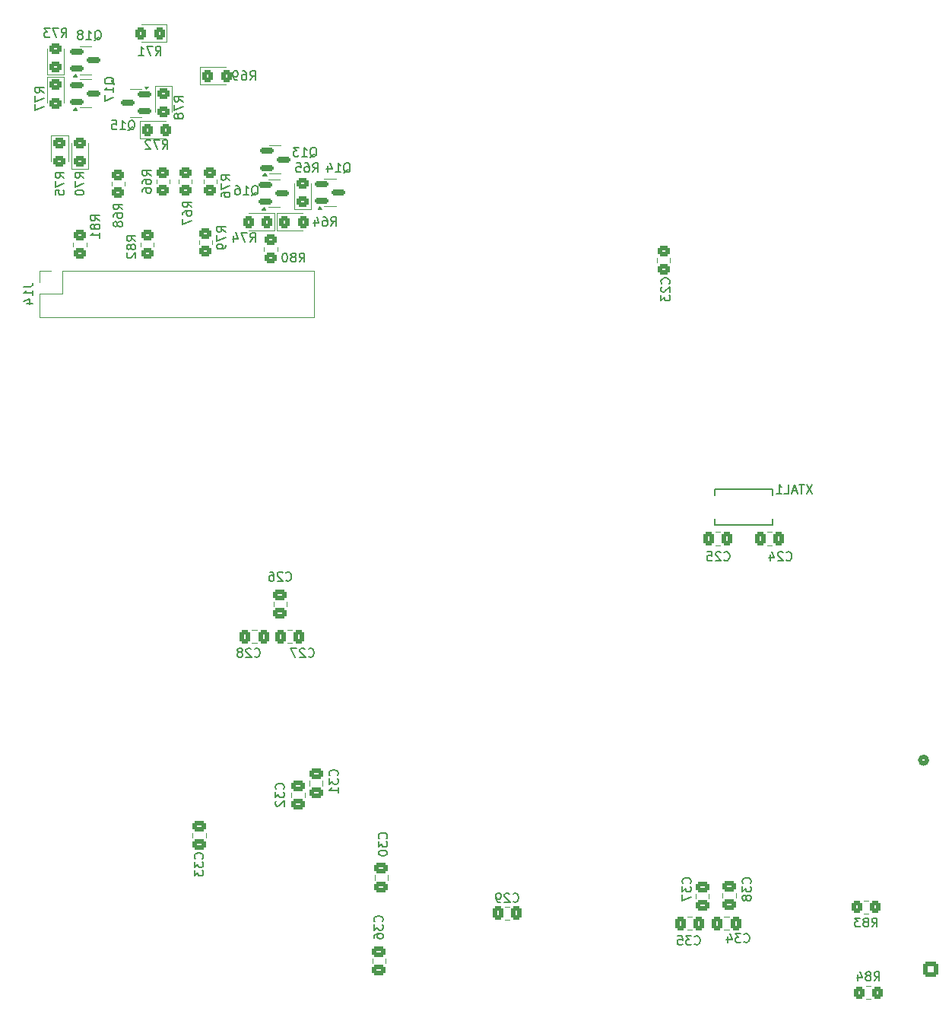
<source format=gbo>
G04 #@! TF.GenerationSoftware,KiCad,Pcbnew,9.0.0*
G04 #@! TF.CreationDate,2025-03-14T23:22:53+09:00*
G04 #@! TF.ProjectId,cv-depot,63762d64-6570-46f7-942e-6b696361645f,rev?*
G04 #@! TF.SameCoordinates,Original*
G04 #@! TF.FileFunction,Legend,Bot*
G04 #@! TF.FilePolarity,Positive*
%FSLAX46Y46*%
G04 Gerber Fmt 4.6, Leading zero omitted, Abs format (unit mm)*
G04 Created by KiCad (PCBNEW 9.0.0) date 2025-03-14 23:22:53*
%MOMM*%
%LPD*%
G01*
G04 APERTURE LIST*
G04 Aperture macros list*
%AMRoundRect*
0 Rectangle with rounded corners*
0 $1 Rounding radius*
0 $2 $3 $4 $5 $6 $7 $8 $9 X,Y pos of 4 corners*
0 Add a 4 corners polygon primitive as box body*
4,1,4,$2,$3,$4,$5,$6,$7,$8,$9,$2,$3,0*
0 Add four circle primitives for the rounded corners*
1,1,$1+$1,$2,$3*
1,1,$1+$1,$4,$5*
1,1,$1+$1,$6,$7*
1,1,$1+$1,$8,$9*
0 Add four rect primitives between the rounded corners*
20,1,$1+$1,$2,$3,$4,$5,0*
20,1,$1+$1,$4,$5,$6,$7,0*
20,1,$1+$1,$6,$7,$8,$9,0*
20,1,$1+$1,$8,$9,$2,$3,0*%
G04 Aperture macros list end*
%ADD10C,0.150000*%
%ADD11C,0.508000*%
%ADD12C,0.120000*%
%ADD13C,0.152400*%
%ADD14C,2.550000*%
%ADD15C,3.200000*%
%ADD16C,0.500000*%
%ADD17O,1.270000X2.286000*%
%ADD18O,2.286000X1.270000*%
%ADD19C,2.300000*%
%ADD20C,1.524000*%
%ADD21R,1.700000X1.700000*%
%ADD22O,1.700000X1.700000*%
%ADD23R,1.600000X1.600000*%
%ADD24C,1.600000*%
%ADD25RoundRect,0.250000X0.600000X0.600000X-0.600000X0.600000X-0.600000X-0.600000X0.600000X-0.600000X0*%
%ADD26C,1.700000*%
%ADD27R,1.498600X1.498600*%
%ADD28C,1.498600*%
%ADD29C,1.574800*%
%ADD30R,1.800000X1.800000*%
%ADD31C,1.800000*%
%ADD32C,2.387600*%
%ADD33C,1.803400*%
%ADD34C,1.270000*%
%ADD35R,2.400000X1.600000*%
%ADD36O,2.400000X1.600000*%
%ADD37R,3.000000X3.000000*%
%ADD38C,1.750000*%
%ADD39O,1.600000X1.600000*%
%ADD40RoundRect,0.250000X-0.475000X0.337500X-0.475000X-0.337500X0.475000X-0.337500X0.475000X0.337500X0*%
%ADD41RoundRect,0.250000X-0.450000X0.350000X-0.450000X-0.350000X0.450000X-0.350000X0.450000X0.350000X0*%
%ADD42RoundRect,0.250000X-0.325000X-0.450000X0.325000X-0.450000X0.325000X0.450000X-0.325000X0.450000X0*%
%ADD43R,3.405000X2.006600*%
%ADD44RoundRect,0.250000X0.337500X0.475000X-0.337500X0.475000X-0.337500X-0.475000X0.337500X-0.475000X0*%
%ADD45RoundRect,0.150000X0.587500X0.150000X-0.587500X0.150000X-0.587500X-0.150000X0.587500X-0.150000X0*%
%ADD46O,4.000000X6.500000*%
%ADD47RoundRect,0.250000X0.475000X-0.337500X0.475000X0.337500X-0.475000X0.337500X-0.475000X-0.337500X0*%
%ADD48RoundRect,0.150000X-0.587500X-0.150000X0.587500X-0.150000X0.587500X0.150000X-0.587500X0.150000X0*%
%ADD49RoundRect,0.250000X0.350000X0.450000X-0.350000X0.450000X-0.350000X-0.450000X0.350000X-0.450000X0*%
%ADD50RoundRect,0.250000X0.325000X0.450000X-0.325000X0.450000X-0.325000X-0.450000X0.325000X-0.450000X0*%
%ADD51RoundRect,0.250000X-0.450000X0.325000X-0.450000X-0.325000X0.450000X-0.325000X0.450000X0.325000X0*%
%ADD52RoundRect,0.250000X0.450000X-0.325000X0.450000X0.325000X-0.450000X0.325000X-0.450000X-0.325000X0*%
%ADD53RoundRect,0.250000X0.450000X-0.350000X0.450000X0.350000X-0.450000X0.350000X-0.450000X-0.350000X0*%
%ADD54RoundRect,0.250000X-0.337500X-0.475000X0.337500X-0.475000X0.337500X0.475000X-0.337500X0.475000X0*%
G04 APERTURE END LIST*
D10*
X101339580Y-130857142D02*
X101387200Y-130809523D01*
X101387200Y-130809523D02*
X101434819Y-130666666D01*
X101434819Y-130666666D02*
X101434819Y-130571428D01*
X101434819Y-130571428D02*
X101387200Y-130428571D01*
X101387200Y-130428571D02*
X101291961Y-130333333D01*
X101291961Y-130333333D02*
X101196723Y-130285714D01*
X101196723Y-130285714D02*
X101006247Y-130238095D01*
X101006247Y-130238095D02*
X100863390Y-130238095D01*
X100863390Y-130238095D02*
X100672914Y-130285714D01*
X100672914Y-130285714D02*
X100577676Y-130333333D01*
X100577676Y-130333333D02*
X100482438Y-130428571D01*
X100482438Y-130428571D02*
X100434819Y-130571428D01*
X100434819Y-130571428D02*
X100434819Y-130666666D01*
X100434819Y-130666666D02*
X100482438Y-130809523D01*
X100482438Y-130809523D02*
X100530057Y-130857142D01*
X100434819Y-131190476D02*
X100434819Y-131809523D01*
X100434819Y-131809523D02*
X100815771Y-131476190D01*
X100815771Y-131476190D02*
X100815771Y-131619047D01*
X100815771Y-131619047D02*
X100863390Y-131714285D01*
X100863390Y-131714285D02*
X100911009Y-131761904D01*
X100911009Y-131761904D02*
X101006247Y-131809523D01*
X101006247Y-131809523D02*
X101244342Y-131809523D01*
X101244342Y-131809523D02*
X101339580Y-131761904D01*
X101339580Y-131761904D02*
X101387200Y-131714285D01*
X101387200Y-131714285D02*
X101434819Y-131619047D01*
X101434819Y-131619047D02*
X101434819Y-131333333D01*
X101434819Y-131333333D02*
X101387200Y-131238095D01*
X101387200Y-131238095D02*
X101339580Y-131190476D01*
X100434819Y-132428571D02*
X100434819Y-132523809D01*
X100434819Y-132523809D02*
X100482438Y-132619047D01*
X100482438Y-132619047D02*
X100530057Y-132666666D01*
X100530057Y-132666666D02*
X100625295Y-132714285D01*
X100625295Y-132714285D02*
X100815771Y-132761904D01*
X100815771Y-132761904D02*
X101053866Y-132761904D01*
X101053866Y-132761904D02*
X101244342Y-132714285D01*
X101244342Y-132714285D02*
X101339580Y-132666666D01*
X101339580Y-132666666D02*
X101387200Y-132619047D01*
X101387200Y-132619047D02*
X101434819Y-132523809D01*
X101434819Y-132523809D02*
X101434819Y-132428571D01*
X101434819Y-132428571D02*
X101387200Y-132333333D01*
X101387200Y-132333333D02*
X101339580Y-132285714D01*
X101339580Y-132285714D02*
X101244342Y-132238095D01*
X101244342Y-132238095D02*
X101053866Y-132190476D01*
X101053866Y-132190476D02*
X100815771Y-132190476D01*
X100815771Y-132190476D02*
X100625295Y-132238095D01*
X100625295Y-132238095D02*
X100530057Y-132285714D01*
X100530057Y-132285714D02*
X100482438Y-132333333D01*
X100482438Y-132333333D02*
X100434819Y-132428571D01*
X79666819Y-60607142D02*
X79190628Y-60273809D01*
X79666819Y-60035714D02*
X78666819Y-60035714D01*
X78666819Y-60035714D02*
X78666819Y-60416666D01*
X78666819Y-60416666D02*
X78714438Y-60511904D01*
X78714438Y-60511904D02*
X78762057Y-60559523D01*
X78762057Y-60559523D02*
X78857295Y-60607142D01*
X78857295Y-60607142D02*
X79000152Y-60607142D01*
X79000152Y-60607142D02*
X79095390Y-60559523D01*
X79095390Y-60559523D02*
X79143009Y-60511904D01*
X79143009Y-60511904D02*
X79190628Y-60416666D01*
X79190628Y-60416666D02*
X79190628Y-60035714D01*
X78666819Y-61464285D02*
X78666819Y-61273809D01*
X78666819Y-61273809D02*
X78714438Y-61178571D01*
X78714438Y-61178571D02*
X78762057Y-61130952D01*
X78762057Y-61130952D02*
X78904914Y-61035714D01*
X78904914Y-61035714D02*
X79095390Y-60988095D01*
X79095390Y-60988095D02*
X79476342Y-60988095D01*
X79476342Y-60988095D02*
X79571580Y-61035714D01*
X79571580Y-61035714D02*
X79619200Y-61083333D01*
X79619200Y-61083333D02*
X79666819Y-61178571D01*
X79666819Y-61178571D02*
X79666819Y-61369047D01*
X79666819Y-61369047D02*
X79619200Y-61464285D01*
X79619200Y-61464285D02*
X79571580Y-61511904D01*
X79571580Y-61511904D02*
X79476342Y-61559523D01*
X79476342Y-61559523D02*
X79238247Y-61559523D01*
X79238247Y-61559523D02*
X79143009Y-61511904D01*
X79143009Y-61511904D02*
X79095390Y-61464285D01*
X79095390Y-61464285D02*
X79047771Y-61369047D01*
X79047771Y-61369047D02*
X79047771Y-61178571D01*
X79047771Y-61178571D02*
X79095390Y-61083333D01*
X79095390Y-61083333D02*
X79143009Y-61035714D01*
X79143009Y-61035714D02*
X79238247Y-60988095D01*
X78666819Y-61892857D02*
X78666819Y-62559523D01*
X78666819Y-62559523D02*
X79666819Y-62130952D01*
X71954819Y-60857142D02*
X71478628Y-60523809D01*
X71954819Y-60285714D02*
X70954819Y-60285714D01*
X70954819Y-60285714D02*
X70954819Y-60666666D01*
X70954819Y-60666666D02*
X71002438Y-60761904D01*
X71002438Y-60761904D02*
X71050057Y-60809523D01*
X71050057Y-60809523D02*
X71145295Y-60857142D01*
X71145295Y-60857142D02*
X71288152Y-60857142D01*
X71288152Y-60857142D02*
X71383390Y-60809523D01*
X71383390Y-60809523D02*
X71431009Y-60761904D01*
X71431009Y-60761904D02*
X71478628Y-60666666D01*
X71478628Y-60666666D02*
X71478628Y-60285714D01*
X70954819Y-61714285D02*
X70954819Y-61523809D01*
X70954819Y-61523809D02*
X71002438Y-61428571D01*
X71002438Y-61428571D02*
X71050057Y-61380952D01*
X71050057Y-61380952D02*
X71192914Y-61285714D01*
X71192914Y-61285714D02*
X71383390Y-61238095D01*
X71383390Y-61238095D02*
X71764342Y-61238095D01*
X71764342Y-61238095D02*
X71859580Y-61285714D01*
X71859580Y-61285714D02*
X71907200Y-61333333D01*
X71907200Y-61333333D02*
X71954819Y-61428571D01*
X71954819Y-61428571D02*
X71954819Y-61619047D01*
X71954819Y-61619047D02*
X71907200Y-61714285D01*
X71907200Y-61714285D02*
X71859580Y-61761904D01*
X71859580Y-61761904D02*
X71764342Y-61809523D01*
X71764342Y-61809523D02*
X71526247Y-61809523D01*
X71526247Y-61809523D02*
X71431009Y-61761904D01*
X71431009Y-61761904D02*
X71383390Y-61714285D01*
X71383390Y-61714285D02*
X71335771Y-61619047D01*
X71335771Y-61619047D02*
X71335771Y-61428571D01*
X71335771Y-61428571D02*
X71383390Y-61333333D01*
X71383390Y-61333333D02*
X71431009Y-61285714D01*
X71431009Y-61285714D02*
X71526247Y-61238095D01*
X71383390Y-62380952D02*
X71335771Y-62285714D01*
X71335771Y-62285714D02*
X71288152Y-62238095D01*
X71288152Y-62238095D02*
X71192914Y-62190476D01*
X71192914Y-62190476D02*
X71145295Y-62190476D01*
X71145295Y-62190476D02*
X71050057Y-62238095D01*
X71050057Y-62238095D02*
X71002438Y-62285714D01*
X71002438Y-62285714D02*
X70954819Y-62380952D01*
X70954819Y-62380952D02*
X70954819Y-62571428D01*
X70954819Y-62571428D02*
X71002438Y-62666666D01*
X71002438Y-62666666D02*
X71050057Y-62714285D01*
X71050057Y-62714285D02*
X71145295Y-62761904D01*
X71145295Y-62761904D02*
X71192914Y-62761904D01*
X71192914Y-62761904D02*
X71288152Y-62714285D01*
X71288152Y-62714285D02*
X71335771Y-62666666D01*
X71335771Y-62666666D02*
X71383390Y-62571428D01*
X71383390Y-62571428D02*
X71383390Y-62380952D01*
X71383390Y-62380952D02*
X71431009Y-62285714D01*
X71431009Y-62285714D02*
X71478628Y-62238095D01*
X71478628Y-62238095D02*
X71573866Y-62190476D01*
X71573866Y-62190476D02*
X71764342Y-62190476D01*
X71764342Y-62190476D02*
X71859580Y-62238095D01*
X71859580Y-62238095D02*
X71907200Y-62285714D01*
X71907200Y-62285714D02*
X71954819Y-62380952D01*
X71954819Y-62380952D02*
X71954819Y-62571428D01*
X71954819Y-62571428D02*
X71907200Y-62666666D01*
X71907200Y-62666666D02*
X71859580Y-62714285D01*
X71859580Y-62714285D02*
X71764342Y-62761904D01*
X71764342Y-62761904D02*
X71573866Y-62761904D01*
X71573866Y-62761904D02*
X71478628Y-62714285D01*
X71478628Y-62714285D02*
X71431009Y-62666666D01*
X71431009Y-62666666D02*
X71383390Y-62571428D01*
X86142857Y-46454819D02*
X86476190Y-45978628D01*
X86714285Y-46454819D02*
X86714285Y-45454819D01*
X86714285Y-45454819D02*
X86333333Y-45454819D01*
X86333333Y-45454819D02*
X86238095Y-45502438D01*
X86238095Y-45502438D02*
X86190476Y-45550057D01*
X86190476Y-45550057D02*
X86142857Y-45645295D01*
X86142857Y-45645295D02*
X86142857Y-45788152D01*
X86142857Y-45788152D02*
X86190476Y-45883390D01*
X86190476Y-45883390D02*
X86238095Y-45931009D01*
X86238095Y-45931009D02*
X86333333Y-45978628D01*
X86333333Y-45978628D02*
X86714285Y-45978628D01*
X85285714Y-45454819D02*
X85476190Y-45454819D01*
X85476190Y-45454819D02*
X85571428Y-45502438D01*
X85571428Y-45502438D02*
X85619047Y-45550057D01*
X85619047Y-45550057D02*
X85714285Y-45692914D01*
X85714285Y-45692914D02*
X85761904Y-45883390D01*
X85761904Y-45883390D02*
X85761904Y-46264342D01*
X85761904Y-46264342D02*
X85714285Y-46359580D01*
X85714285Y-46359580D02*
X85666666Y-46407200D01*
X85666666Y-46407200D02*
X85571428Y-46454819D01*
X85571428Y-46454819D02*
X85380952Y-46454819D01*
X85380952Y-46454819D02*
X85285714Y-46407200D01*
X85285714Y-46407200D02*
X85238095Y-46359580D01*
X85238095Y-46359580D02*
X85190476Y-46264342D01*
X85190476Y-46264342D02*
X85190476Y-46026247D01*
X85190476Y-46026247D02*
X85238095Y-45931009D01*
X85238095Y-45931009D02*
X85285714Y-45883390D01*
X85285714Y-45883390D02*
X85380952Y-45835771D01*
X85380952Y-45835771D02*
X85571428Y-45835771D01*
X85571428Y-45835771D02*
X85666666Y-45883390D01*
X85666666Y-45883390D02*
X85714285Y-45931009D01*
X85714285Y-45931009D02*
X85761904Y-46026247D01*
X84714285Y-46454819D02*
X84523809Y-46454819D01*
X84523809Y-46454819D02*
X84428571Y-46407200D01*
X84428571Y-46407200D02*
X84380952Y-46359580D01*
X84380952Y-46359580D02*
X84285714Y-46216723D01*
X84285714Y-46216723D02*
X84238095Y-46026247D01*
X84238095Y-46026247D02*
X84238095Y-45645295D01*
X84238095Y-45645295D02*
X84285714Y-45550057D01*
X84285714Y-45550057D02*
X84333333Y-45502438D01*
X84333333Y-45502438D02*
X84428571Y-45454819D01*
X84428571Y-45454819D02*
X84619047Y-45454819D01*
X84619047Y-45454819D02*
X84714285Y-45502438D01*
X84714285Y-45502438D02*
X84761904Y-45550057D01*
X84761904Y-45550057D02*
X84809523Y-45645295D01*
X84809523Y-45645295D02*
X84809523Y-45883390D01*
X84809523Y-45883390D02*
X84761904Y-45978628D01*
X84761904Y-45978628D02*
X84714285Y-46026247D01*
X84714285Y-46026247D02*
X84619047Y-46073866D01*
X84619047Y-46073866D02*
X84428571Y-46073866D01*
X84428571Y-46073866D02*
X84333333Y-46026247D01*
X84333333Y-46026247D02*
X84285714Y-45978628D01*
X84285714Y-45978628D02*
X84238095Y-45883390D01*
X80859580Y-133107142D02*
X80907200Y-133059523D01*
X80907200Y-133059523D02*
X80954819Y-132916666D01*
X80954819Y-132916666D02*
X80954819Y-132821428D01*
X80954819Y-132821428D02*
X80907200Y-132678571D01*
X80907200Y-132678571D02*
X80811961Y-132583333D01*
X80811961Y-132583333D02*
X80716723Y-132535714D01*
X80716723Y-132535714D02*
X80526247Y-132488095D01*
X80526247Y-132488095D02*
X80383390Y-132488095D01*
X80383390Y-132488095D02*
X80192914Y-132535714D01*
X80192914Y-132535714D02*
X80097676Y-132583333D01*
X80097676Y-132583333D02*
X80002438Y-132678571D01*
X80002438Y-132678571D02*
X79954819Y-132821428D01*
X79954819Y-132821428D02*
X79954819Y-132916666D01*
X79954819Y-132916666D02*
X80002438Y-133059523D01*
X80002438Y-133059523D02*
X80050057Y-133107142D01*
X79954819Y-133440476D02*
X79954819Y-134059523D01*
X79954819Y-134059523D02*
X80335771Y-133726190D01*
X80335771Y-133726190D02*
X80335771Y-133869047D01*
X80335771Y-133869047D02*
X80383390Y-133964285D01*
X80383390Y-133964285D02*
X80431009Y-134011904D01*
X80431009Y-134011904D02*
X80526247Y-134059523D01*
X80526247Y-134059523D02*
X80764342Y-134059523D01*
X80764342Y-134059523D02*
X80859580Y-134011904D01*
X80859580Y-134011904D02*
X80907200Y-133964285D01*
X80907200Y-133964285D02*
X80954819Y-133869047D01*
X80954819Y-133869047D02*
X80954819Y-133583333D01*
X80954819Y-133583333D02*
X80907200Y-133488095D01*
X80907200Y-133488095D02*
X80859580Y-133440476D01*
X79954819Y-134392857D02*
X79954819Y-135011904D01*
X79954819Y-135011904D02*
X80335771Y-134678571D01*
X80335771Y-134678571D02*
X80335771Y-134821428D01*
X80335771Y-134821428D02*
X80383390Y-134916666D01*
X80383390Y-134916666D02*
X80431009Y-134964285D01*
X80431009Y-134964285D02*
X80526247Y-135011904D01*
X80526247Y-135011904D02*
X80764342Y-135011904D01*
X80764342Y-135011904D02*
X80859580Y-134964285D01*
X80859580Y-134964285D02*
X80907200Y-134916666D01*
X80907200Y-134916666D02*
X80954819Y-134821428D01*
X80954819Y-134821428D02*
X80954819Y-134535714D01*
X80954819Y-134535714D02*
X80907200Y-134440476D01*
X80907200Y-134440476D02*
X80859580Y-134392857D01*
X148773809Y-91454819D02*
X148107143Y-92454819D01*
X148107143Y-91454819D02*
X148773809Y-92454819D01*
X147869047Y-91454819D02*
X147297619Y-91454819D01*
X147583333Y-92454819D02*
X147583333Y-91454819D01*
X147011904Y-92169104D02*
X146535714Y-92169104D01*
X147107142Y-92454819D02*
X146773809Y-91454819D01*
X146773809Y-91454819D02*
X146440476Y-92454819D01*
X145630952Y-92454819D02*
X146107142Y-92454819D01*
X146107142Y-92454819D02*
X146107142Y-91454819D01*
X144773809Y-92454819D02*
X145345237Y-92454819D01*
X145059523Y-92454819D02*
X145059523Y-91454819D01*
X145059523Y-91454819D02*
X145154761Y-91597676D01*
X145154761Y-91597676D02*
X145249999Y-91692914D01*
X145249999Y-91692914D02*
X145345237Y-91740533D01*
X115417857Y-137869580D02*
X115465476Y-137917200D01*
X115465476Y-137917200D02*
X115608333Y-137964819D01*
X115608333Y-137964819D02*
X115703571Y-137964819D01*
X115703571Y-137964819D02*
X115846428Y-137917200D01*
X115846428Y-137917200D02*
X115941666Y-137821961D01*
X115941666Y-137821961D02*
X115989285Y-137726723D01*
X115989285Y-137726723D02*
X116036904Y-137536247D01*
X116036904Y-137536247D02*
X116036904Y-137393390D01*
X116036904Y-137393390D02*
X115989285Y-137202914D01*
X115989285Y-137202914D02*
X115941666Y-137107676D01*
X115941666Y-137107676D02*
X115846428Y-137012438D01*
X115846428Y-137012438D02*
X115703571Y-136964819D01*
X115703571Y-136964819D02*
X115608333Y-136964819D01*
X115608333Y-136964819D02*
X115465476Y-137012438D01*
X115465476Y-137012438D02*
X115417857Y-137060057D01*
X115036904Y-137060057D02*
X114989285Y-137012438D01*
X114989285Y-137012438D02*
X114894047Y-136964819D01*
X114894047Y-136964819D02*
X114655952Y-136964819D01*
X114655952Y-136964819D02*
X114560714Y-137012438D01*
X114560714Y-137012438D02*
X114513095Y-137060057D01*
X114513095Y-137060057D02*
X114465476Y-137155295D01*
X114465476Y-137155295D02*
X114465476Y-137250533D01*
X114465476Y-137250533D02*
X114513095Y-137393390D01*
X114513095Y-137393390D02*
X115084523Y-137964819D01*
X115084523Y-137964819D02*
X114465476Y-137964819D01*
X113989285Y-137964819D02*
X113798809Y-137964819D01*
X113798809Y-137964819D02*
X113703571Y-137917200D01*
X113703571Y-137917200D02*
X113655952Y-137869580D01*
X113655952Y-137869580D02*
X113560714Y-137726723D01*
X113560714Y-137726723D02*
X113513095Y-137536247D01*
X113513095Y-137536247D02*
X113513095Y-137155295D01*
X113513095Y-137155295D02*
X113560714Y-137060057D01*
X113560714Y-137060057D02*
X113608333Y-137012438D01*
X113608333Y-137012438D02*
X113703571Y-136964819D01*
X113703571Y-136964819D02*
X113894047Y-136964819D01*
X113894047Y-136964819D02*
X113989285Y-137012438D01*
X113989285Y-137012438D02*
X114036904Y-137060057D01*
X114036904Y-137060057D02*
X114084523Y-137155295D01*
X114084523Y-137155295D02*
X114084523Y-137393390D01*
X114084523Y-137393390D02*
X114036904Y-137488628D01*
X114036904Y-137488628D02*
X113989285Y-137536247D01*
X113989285Y-137536247D02*
X113894047Y-137583866D01*
X113894047Y-137583866D02*
X113703571Y-137583866D01*
X113703571Y-137583866D02*
X113608333Y-137536247D01*
X113608333Y-137536247D02*
X113560714Y-137488628D01*
X113560714Y-137488628D02*
X113513095Y-137393390D01*
X72571428Y-52050057D02*
X72666666Y-52002438D01*
X72666666Y-52002438D02*
X72761904Y-51907200D01*
X72761904Y-51907200D02*
X72904761Y-51764342D01*
X72904761Y-51764342D02*
X72999999Y-51716723D01*
X72999999Y-51716723D02*
X73095237Y-51716723D01*
X73047618Y-51954819D02*
X73142856Y-51907200D01*
X73142856Y-51907200D02*
X73238094Y-51811961D01*
X73238094Y-51811961D02*
X73285713Y-51621485D01*
X73285713Y-51621485D02*
X73285713Y-51288152D01*
X73285713Y-51288152D02*
X73238094Y-51097676D01*
X73238094Y-51097676D02*
X73142856Y-51002438D01*
X73142856Y-51002438D02*
X73047618Y-50954819D01*
X73047618Y-50954819D02*
X72857142Y-50954819D01*
X72857142Y-50954819D02*
X72761904Y-51002438D01*
X72761904Y-51002438D02*
X72666666Y-51097676D01*
X72666666Y-51097676D02*
X72619047Y-51288152D01*
X72619047Y-51288152D02*
X72619047Y-51621485D01*
X72619047Y-51621485D02*
X72666666Y-51811961D01*
X72666666Y-51811961D02*
X72761904Y-51907200D01*
X72761904Y-51907200D02*
X72857142Y-51954819D01*
X72857142Y-51954819D02*
X73047618Y-51954819D01*
X71666666Y-51954819D02*
X72238094Y-51954819D01*
X71952380Y-51954819D02*
X71952380Y-50954819D01*
X71952380Y-50954819D02*
X72047618Y-51097676D01*
X72047618Y-51097676D02*
X72142856Y-51192914D01*
X72142856Y-51192914D02*
X72238094Y-51240533D01*
X70761904Y-50954819D02*
X71238094Y-50954819D01*
X71238094Y-50954819D02*
X71285713Y-51431009D01*
X71285713Y-51431009D02*
X71238094Y-51383390D01*
X71238094Y-51383390D02*
X71142856Y-51335771D01*
X71142856Y-51335771D02*
X70904761Y-51335771D01*
X70904761Y-51335771D02*
X70809523Y-51383390D01*
X70809523Y-51383390D02*
X70761904Y-51431009D01*
X70761904Y-51431009D02*
X70714285Y-51526247D01*
X70714285Y-51526247D02*
X70714285Y-51764342D01*
X70714285Y-51764342D02*
X70761904Y-51859580D01*
X70761904Y-51859580D02*
X70809523Y-51907200D01*
X70809523Y-51907200D02*
X70904761Y-51954819D01*
X70904761Y-51954819D02*
X71142856Y-51954819D01*
X71142856Y-51954819D02*
X71238094Y-51907200D01*
X71238094Y-51907200D02*
X71285713Y-51859580D01*
X95859580Y-123857142D02*
X95907200Y-123809523D01*
X95907200Y-123809523D02*
X95954819Y-123666666D01*
X95954819Y-123666666D02*
X95954819Y-123571428D01*
X95954819Y-123571428D02*
X95907200Y-123428571D01*
X95907200Y-123428571D02*
X95811961Y-123333333D01*
X95811961Y-123333333D02*
X95716723Y-123285714D01*
X95716723Y-123285714D02*
X95526247Y-123238095D01*
X95526247Y-123238095D02*
X95383390Y-123238095D01*
X95383390Y-123238095D02*
X95192914Y-123285714D01*
X95192914Y-123285714D02*
X95097676Y-123333333D01*
X95097676Y-123333333D02*
X95002438Y-123428571D01*
X95002438Y-123428571D02*
X94954819Y-123571428D01*
X94954819Y-123571428D02*
X94954819Y-123666666D01*
X94954819Y-123666666D02*
X95002438Y-123809523D01*
X95002438Y-123809523D02*
X95050057Y-123857142D01*
X94954819Y-124190476D02*
X94954819Y-124809523D01*
X94954819Y-124809523D02*
X95335771Y-124476190D01*
X95335771Y-124476190D02*
X95335771Y-124619047D01*
X95335771Y-124619047D02*
X95383390Y-124714285D01*
X95383390Y-124714285D02*
X95431009Y-124761904D01*
X95431009Y-124761904D02*
X95526247Y-124809523D01*
X95526247Y-124809523D02*
X95764342Y-124809523D01*
X95764342Y-124809523D02*
X95859580Y-124761904D01*
X95859580Y-124761904D02*
X95907200Y-124714285D01*
X95907200Y-124714285D02*
X95954819Y-124619047D01*
X95954819Y-124619047D02*
X95954819Y-124333333D01*
X95954819Y-124333333D02*
X95907200Y-124238095D01*
X95907200Y-124238095D02*
X95859580Y-124190476D01*
X95954819Y-125761904D02*
X95954819Y-125190476D01*
X95954819Y-125476190D02*
X94954819Y-125476190D01*
X94954819Y-125476190D02*
X95097676Y-125380952D01*
X95097676Y-125380952D02*
X95192914Y-125285714D01*
X95192914Y-125285714D02*
X95240533Y-125190476D01*
X135179580Y-135857142D02*
X135227200Y-135809523D01*
X135227200Y-135809523D02*
X135274819Y-135666666D01*
X135274819Y-135666666D02*
X135274819Y-135571428D01*
X135274819Y-135571428D02*
X135227200Y-135428571D01*
X135227200Y-135428571D02*
X135131961Y-135333333D01*
X135131961Y-135333333D02*
X135036723Y-135285714D01*
X135036723Y-135285714D02*
X134846247Y-135238095D01*
X134846247Y-135238095D02*
X134703390Y-135238095D01*
X134703390Y-135238095D02*
X134512914Y-135285714D01*
X134512914Y-135285714D02*
X134417676Y-135333333D01*
X134417676Y-135333333D02*
X134322438Y-135428571D01*
X134322438Y-135428571D02*
X134274819Y-135571428D01*
X134274819Y-135571428D02*
X134274819Y-135666666D01*
X134274819Y-135666666D02*
X134322438Y-135809523D01*
X134322438Y-135809523D02*
X134370057Y-135857142D01*
X134274819Y-136190476D02*
X134274819Y-136809523D01*
X134274819Y-136809523D02*
X134655771Y-136476190D01*
X134655771Y-136476190D02*
X134655771Y-136619047D01*
X134655771Y-136619047D02*
X134703390Y-136714285D01*
X134703390Y-136714285D02*
X134751009Y-136761904D01*
X134751009Y-136761904D02*
X134846247Y-136809523D01*
X134846247Y-136809523D02*
X135084342Y-136809523D01*
X135084342Y-136809523D02*
X135179580Y-136761904D01*
X135179580Y-136761904D02*
X135227200Y-136714285D01*
X135227200Y-136714285D02*
X135274819Y-136619047D01*
X135274819Y-136619047D02*
X135274819Y-136333333D01*
X135274819Y-136333333D02*
X135227200Y-136238095D01*
X135227200Y-136238095D02*
X135179580Y-136190476D01*
X134274819Y-137142857D02*
X134274819Y-137809523D01*
X134274819Y-137809523D02*
X135274819Y-137380952D01*
X96571428Y-56800057D02*
X96666666Y-56752438D01*
X96666666Y-56752438D02*
X96761904Y-56657200D01*
X96761904Y-56657200D02*
X96904761Y-56514342D01*
X96904761Y-56514342D02*
X96999999Y-56466723D01*
X96999999Y-56466723D02*
X97095237Y-56466723D01*
X97047618Y-56704819D02*
X97142856Y-56657200D01*
X97142856Y-56657200D02*
X97238094Y-56561961D01*
X97238094Y-56561961D02*
X97285713Y-56371485D01*
X97285713Y-56371485D02*
X97285713Y-56038152D01*
X97285713Y-56038152D02*
X97238094Y-55847676D01*
X97238094Y-55847676D02*
X97142856Y-55752438D01*
X97142856Y-55752438D02*
X97047618Y-55704819D01*
X97047618Y-55704819D02*
X96857142Y-55704819D01*
X96857142Y-55704819D02*
X96761904Y-55752438D01*
X96761904Y-55752438D02*
X96666666Y-55847676D01*
X96666666Y-55847676D02*
X96619047Y-56038152D01*
X96619047Y-56038152D02*
X96619047Y-56371485D01*
X96619047Y-56371485D02*
X96666666Y-56561961D01*
X96666666Y-56561961D02*
X96761904Y-56657200D01*
X96761904Y-56657200D02*
X96857142Y-56704819D01*
X96857142Y-56704819D02*
X97047618Y-56704819D01*
X95666666Y-56704819D02*
X96238094Y-56704819D01*
X95952380Y-56704819D02*
X95952380Y-55704819D01*
X95952380Y-55704819D02*
X96047618Y-55847676D01*
X96047618Y-55847676D02*
X96142856Y-55942914D01*
X96142856Y-55942914D02*
X96238094Y-55990533D01*
X94809523Y-56038152D02*
X94809523Y-56704819D01*
X95047618Y-55657200D02*
X95285713Y-56371485D01*
X95285713Y-56371485D02*
X94666666Y-56371485D01*
X92642857Y-110609580D02*
X92690476Y-110657200D01*
X92690476Y-110657200D02*
X92833333Y-110704819D01*
X92833333Y-110704819D02*
X92928571Y-110704819D01*
X92928571Y-110704819D02*
X93071428Y-110657200D01*
X93071428Y-110657200D02*
X93166666Y-110561961D01*
X93166666Y-110561961D02*
X93214285Y-110466723D01*
X93214285Y-110466723D02*
X93261904Y-110276247D01*
X93261904Y-110276247D02*
X93261904Y-110133390D01*
X93261904Y-110133390D02*
X93214285Y-109942914D01*
X93214285Y-109942914D02*
X93166666Y-109847676D01*
X93166666Y-109847676D02*
X93071428Y-109752438D01*
X93071428Y-109752438D02*
X92928571Y-109704819D01*
X92928571Y-109704819D02*
X92833333Y-109704819D01*
X92833333Y-109704819D02*
X92690476Y-109752438D01*
X92690476Y-109752438D02*
X92642857Y-109800057D01*
X92261904Y-109800057D02*
X92214285Y-109752438D01*
X92214285Y-109752438D02*
X92119047Y-109704819D01*
X92119047Y-109704819D02*
X91880952Y-109704819D01*
X91880952Y-109704819D02*
X91785714Y-109752438D01*
X91785714Y-109752438D02*
X91738095Y-109800057D01*
X91738095Y-109800057D02*
X91690476Y-109895295D01*
X91690476Y-109895295D02*
X91690476Y-109990533D01*
X91690476Y-109990533D02*
X91738095Y-110133390D01*
X91738095Y-110133390D02*
X92309523Y-110704819D01*
X92309523Y-110704819D02*
X91690476Y-110704819D01*
X91357142Y-109704819D02*
X90690476Y-109704819D01*
X90690476Y-109704819D02*
X91119047Y-110704819D01*
X155392857Y-140704819D02*
X155726190Y-140228628D01*
X155964285Y-140704819D02*
X155964285Y-139704819D01*
X155964285Y-139704819D02*
X155583333Y-139704819D01*
X155583333Y-139704819D02*
X155488095Y-139752438D01*
X155488095Y-139752438D02*
X155440476Y-139800057D01*
X155440476Y-139800057D02*
X155392857Y-139895295D01*
X155392857Y-139895295D02*
X155392857Y-140038152D01*
X155392857Y-140038152D02*
X155440476Y-140133390D01*
X155440476Y-140133390D02*
X155488095Y-140181009D01*
X155488095Y-140181009D02*
X155583333Y-140228628D01*
X155583333Y-140228628D02*
X155964285Y-140228628D01*
X154821428Y-140133390D02*
X154916666Y-140085771D01*
X154916666Y-140085771D02*
X154964285Y-140038152D01*
X154964285Y-140038152D02*
X155011904Y-139942914D01*
X155011904Y-139942914D02*
X155011904Y-139895295D01*
X155011904Y-139895295D02*
X154964285Y-139800057D01*
X154964285Y-139800057D02*
X154916666Y-139752438D01*
X154916666Y-139752438D02*
X154821428Y-139704819D01*
X154821428Y-139704819D02*
X154630952Y-139704819D01*
X154630952Y-139704819D02*
X154535714Y-139752438D01*
X154535714Y-139752438D02*
X154488095Y-139800057D01*
X154488095Y-139800057D02*
X154440476Y-139895295D01*
X154440476Y-139895295D02*
X154440476Y-139942914D01*
X154440476Y-139942914D02*
X154488095Y-140038152D01*
X154488095Y-140038152D02*
X154535714Y-140085771D01*
X154535714Y-140085771D02*
X154630952Y-140133390D01*
X154630952Y-140133390D02*
X154821428Y-140133390D01*
X154821428Y-140133390D02*
X154916666Y-140181009D01*
X154916666Y-140181009D02*
X154964285Y-140228628D01*
X154964285Y-140228628D02*
X155011904Y-140323866D01*
X155011904Y-140323866D02*
X155011904Y-140514342D01*
X155011904Y-140514342D02*
X154964285Y-140609580D01*
X154964285Y-140609580D02*
X154916666Y-140657200D01*
X154916666Y-140657200D02*
X154821428Y-140704819D01*
X154821428Y-140704819D02*
X154630952Y-140704819D01*
X154630952Y-140704819D02*
X154535714Y-140657200D01*
X154535714Y-140657200D02*
X154488095Y-140609580D01*
X154488095Y-140609580D02*
X154440476Y-140514342D01*
X154440476Y-140514342D02*
X154440476Y-140323866D01*
X154440476Y-140323866D02*
X154488095Y-140228628D01*
X154488095Y-140228628D02*
X154535714Y-140181009D01*
X154535714Y-140181009D02*
X154630952Y-140133390D01*
X154107142Y-139704819D02*
X153488095Y-139704819D01*
X153488095Y-139704819D02*
X153821428Y-140085771D01*
X153821428Y-140085771D02*
X153678571Y-140085771D01*
X153678571Y-140085771D02*
X153583333Y-140133390D01*
X153583333Y-140133390D02*
X153535714Y-140181009D01*
X153535714Y-140181009D02*
X153488095Y-140276247D01*
X153488095Y-140276247D02*
X153488095Y-140514342D01*
X153488095Y-140514342D02*
X153535714Y-140609580D01*
X153535714Y-140609580D02*
X153583333Y-140657200D01*
X153583333Y-140657200D02*
X153678571Y-140704819D01*
X153678571Y-140704819D02*
X153964285Y-140704819D01*
X153964285Y-140704819D02*
X154059523Y-140657200D01*
X154059523Y-140657200D02*
X154107142Y-140609580D01*
X86321428Y-59300057D02*
X86416666Y-59252438D01*
X86416666Y-59252438D02*
X86511904Y-59157200D01*
X86511904Y-59157200D02*
X86654761Y-59014342D01*
X86654761Y-59014342D02*
X86749999Y-58966723D01*
X86749999Y-58966723D02*
X86845237Y-58966723D01*
X86797618Y-59204819D02*
X86892856Y-59157200D01*
X86892856Y-59157200D02*
X86988094Y-59061961D01*
X86988094Y-59061961D02*
X87035713Y-58871485D01*
X87035713Y-58871485D02*
X87035713Y-58538152D01*
X87035713Y-58538152D02*
X86988094Y-58347676D01*
X86988094Y-58347676D02*
X86892856Y-58252438D01*
X86892856Y-58252438D02*
X86797618Y-58204819D01*
X86797618Y-58204819D02*
X86607142Y-58204819D01*
X86607142Y-58204819D02*
X86511904Y-58252438D01*
X86511904Y-58252438D02*
X86416666Y-58347676D01*
X86416666Y-58347676D02*
X86369047Y-58538152D01*
X86369047Y-58538152D02*
X86369047Y-58871485D01*
X86369047Y-58871485D02*
X86416666Y-59061961D01*
X86416666Y-59061961D02*
X86511904Y-59157200D01*
X86511904Y-59157200D02*
X86607142Y-59204819D01*
X86607142Y-59204819D02*
X86797618Y-59204819D01*
X85416666Y-59204819D02*
X85988094Y-59204819D01*
X85702380Y-59204819D02*
X85702380Y-58204819D01*
X85702380Y-58204819D02*
X85797618Y-58347676D01*
X85797618Y-58347676D02*
X85892856Y-58442914D01*
X85892856Y-58442914D02*
X85988094Y-58490533D01*
X84559523Y-58204819D02*
X84749999Y-58204819D01*
X84749999Y-58204819D02*
X84845237Y-58252438D01*
X84845237Y-58252438D02*
X84892856Y-58300057D01*
X84892856Y-58300057D02*
X84988094Y-58442914D01*
X84988094Y-58442914D02*
X85035713Y-58633390D01*
X85035713Y-58633390D02*
X85035713Y-59014342D01*
X85035713Y-59014342D02*
X84988094Y-59109580D01*
X84988094Y-59109580D02*
X84940475Y-59157200D01*
X84940475Y-59157200D02*
X84845237Y-59204819D01*
X84845237Y-59204819D02*
X84654761Y-59204819D01*
X84654761Y-59204819D02*
X84559523Y-59157200D01*
X84559523Y-59157200D02*
X84511904Y-59109580D01*
X84511904Y-59109580D02*
X84464285Y-59014342D01*
X84464285Y-59014342D02*
X84464285Y-58776247D01*
X84464285Y-58776247D02*
X84511904Y-58681009D01*
X84511904Y-58681009D02*
X84559523Y-58633390D01*
X84559523Y-58633390D02*
X84654761Y-58585771D01*
X84654761Y-58585771D02*
X84845237Y-58585771D01*
X84845237Y-58585771D02*
X84940475Y-58633390D01*
X84940475Y-58633390D02*
X84988094Y-58681009D01*
X84988094Y-58681009D02*
X85035713Y-58776247D01*
X95142857Y-62704819D02*
X95476190Y-62228628D01*
X95714285Y-62704819D02*
X95714285Y-61704819D01*
X95714285Y-61704819D02*
X95333333Y-61704819D01*
X95333333Y-61704819D02*
X95238095Y-61752438D01*
X95238095Y-61752438D02*
X95190476Y-61800057D01*
X95190476Y-61800057D02*
X95142857Y-61895295D01*
X95142857Y-61895295D02*
X95142857Y-62038152D01*
X95142857Y-62038152D02*
X95190476Y-62133390D01*
X95190476Y-62133390D02*
X95238095Y-62181009D01*
X95238095Y-62181009D02*
X95333333Y-62228628D01*
X95333333Y-62228628D02*
X95714285Y-62228628D01*
X94285714Y-61704819D02*
X94476190Y-61704819D01*
X94476190Y-61704819D02*
X94571428Y-61752438D01*
X94571428Y-61752438D02*
X94619047Y-61800057D01*
X94619047Y-61800057D02*
X94714285Y-61942914D01*
X94714285Y-61942914D02*
X94761904Y-62133390D01*
X94761904Y-62133390D02*
X94761904Y-62514342D01*
X94761904Y-62514342D02*
X94714285Y-62609580D01*
X94714285Y-62609580D02*
X94666666Y-62657200D01*
X94666666Y-62657200D02*
X94571428Y-62704819D01*
X94571428Y-62704819D02*
X94380952Y-62704819D01*
X94380952Y-62704819D02*
X94285714Y-62657200D01*
X94285714Y-62657200D02*
X94238095Y-62609580D01*
X94238095Y-62609580D02*
X94190476Y-62514342D01*
X94190476Y-62514342D02*
X94190476Y-62276247D01*
X94190476Y-62276247D02*
X94238095Y-62181009D01*
X94238095Y-62181009D02*
X94285714Y-62133390D01*
X94285714Y-62133390D02*
X94380952Y-62085771D01*
X94380952Y-62085771D02*
X94571428Y-62085771D01*
X94571428Y-62085771D02*
X94666666Y-62133390D01*
X94666666Y-62133390D02*
X94714285Y-62181009D01*
X94714285Y-62181009D02*
X94761904Y-62276247D01*
X93333333Y-62038152D02*
X93333333Y-62704819D01*
X93571428Y-61657200D02*
X93809523Y-62371485D01*
X93809523Y-62371485D02*
X93190476Y-62371485D01*
X86142857Y-64454819D02*
X86476190Y-63978628D01*
X86714285Y-64454819D02*
X86714285Y-63454819D01*
X86714285Y-63454819D02*
X86333333Y-63454819D01*
X86333333Y-63454819D02*
X86238095Y-63502438D01*
X86238095Y-63502438D02*
X86190476Y-63550057D01*
X86190476Y-63550057D02*
X86142857Y-63645295D01*
X86142857Y-63645295D02*
X86142857Y-63788152D01*
X86142857Y-63788152D02*
X86190476Y-63883390D01*
X86190476Y-63883390D02*
X86238095Y-63931009D01*
X86238095Y-63931009D02*
X86333333Y-63978628D01*
X86333333Y-63978628D02*
X86714285Y-63978628D01*
X85809523Y-63454819D02*
X85142857Y-63454819D01*
X85142857Y-63454819D02*
X85571428Y-64454819D01*
X84333333Y-63788152D02*
X84333333Y-64454819D01*
X84571428Y-63407200D02*
X84809523Y-64121485D01*
X84809523Y-64121485D02*
X84190476Y-64121485D01*
X65454819Y-57357142D02*
X64978628Y-57023809D01*
X65454819Y-56785714D02*
X64454819Y-56785714D01*
X64454819Y-56785714D02*
X64454819Y-57166666D01*
X64454819Y-57166666D02*
X64502438Y-57261904D01*
X64502438Y-57261904D02*
X64550057Y-57309523D01*
X64550057Y-57309523D02*
X64645295Y-57357142D01*
X64645295Y-57357142D02*
X64788152Y-57357142D01*
X64788152Y-57357142D02*
X64883390Y-57309523D01*
X64883390Y-57309523D02*
X64931009Y-57261904D01*
X64931009Y-57261904D02*
X64978628Y-57166666D01*
X64978628Y-57166666D02*
X64978628Y-56785714D01*
X64454819Y-57690476D02*
X64454819Y-58357142D01*
X64454819Y-58357142D02*
X65454819Y-57928571D01*
X64454819Y-59214285D02*
X64454819Y-58738095D01*
X64454819Y-58738095D02*
X64931009Y-58690476D01*
X64931009Y-58690476D02*
X64883390Y-58738095D01*
X64883390Y-58738095D02*
X64835771Y-58833333D01*
X64835771Y-58833333D02*
X64835771Y-59071428D01*
X64835771Y-59071428D02*
X64883390Y-59166666D01*
X64883390Y-59166666D02*
X64931009Y-59214285D01*
X64931009Y-59214285D02*
X65026247Y-59261904D01*
X65026247Y-59261904D02*
X65264342Y-59261904D01*
X65264342Y-59261904D02*
X65359580Y-59214285D01*
X65359580Y-59214285D02*
X65407200Y-59166666D01*
X65407200Y-59166666D02*
X65454819Y-59071428D01*
X65454819Y-59071428D02*
X65454819Y-58833333D01*
X65454819Y-58833333D02*
X65407200Y-58738095D01*
X65407200Y-58738095D02*
X65359580Y-58690476D01*
X83904819Y-57607142D02*
X83428628Y-57273809D01*
X83904819Y-57035714D02*
X82904819Y-57035714D01*
X82904819Y-57035714D02*
X82904819Y-57416666D01*
X82904819Y-57416666D02*
X82952438Y-57511904D01*
X82952438Y-57511904D02*
X83000057Y-57559523D01*
X83000057Y-57559523D02*
X83095295Y-57607142D01*
X83095295Y-57607142D02*
X83238152Y-57607142D01*
X83238152Y-57607142D02*
X83333390Y-57559523D01*
X83333390Y-57559523D02*
X83381009Y-57511904D01*
X83381009Y-57511904D02*
X83428628Y-57416666D01*
X83428628Y-57416666D02*
X83428628Y-57035714D01*
X82904819Y-57940476D02*
X82904819Y-58607142D01*
X82904819Y-58607142D02*
X83904819Y-58178571D01*
X82904819Y-59416666D02*
X82904819Y-59226190D01*
X82904819Y-59226190D02*
X82952438Y-59130952D01*
X82952438Y-59130952D02*
X83000057Y-59083333D01*
X83000057Y-59083333D02*
X83142914Y-58988095D01*
X83142914Y-58988095D02*
X83333390Y-58940476D01*
X83333390Y-58940476D02*
X83714342Y-58940476D01*
X83714342Y-58940476D02*
X83809580Y-58988095D01*
X83809580Y-58988095D02*
X83857200Y-59035714D01*
X83857200Y-59035714D02*
X83904819Y-59130952D01*
X83904819Y-59130952D02*
X83904819Y-59321428D01*
X83904819Y-59321428D02*
X83857200Y-59416666D01*
X83857200Y-59416666D02*
X83809580Y-59464285D01*
X83809580Y-59464285D02*
X83714342Y-59511904D01*
X83714342Y-59511904D02*
X83476247Y-59511904D01*
X83476247Y-59511904D02*
X83381009Y-59464285D01*
X83381009Y-59464285D02*
X83333390Y-59416666D01*
X83333390Y-59416666D02*
X83285771Y-59321428D01*
X83285771Y-59321428D02*
X83285771Y-59130952D01*
X83285771Y-59130952D02*
X83333390Y-59035714D01*
X83333390Y-59035714D02*
X83381009Y-58988095D01*
X83381009Y-58988095D02*
X83476247Y-58940476D01*
X71050057Y-46928571D02*
X71002438Y-46833333D01*
X71002438Y-46833333D02*
X70907200Y-46738095D01*
X70907200Y-46738095D02*
X70764342Y-46595238D01*
X70764342Y-46595238D02*
X70716723Y-46500000D01*
X70716723Y-46500000D02*
X70716723Y-46404762D01*
X70954819Y-46452381D02*
X70907200Y-46357143D01*
X70907200Y-46357143D02*
X70811961Y-46261905D01*
X70811961Y-46261905D02*
X70621485Y-46214286D01*
X70621485Y-46214286D02*
X70288152Y-46214286D01*
X70288152Y-46214286D02*
X70097676Y-46261905D01*
X70097676Y-46261905D02*
X70002438Y-46357143D01*
X70002438Y-46357143D02*
X69954819Y-46452381D01*
X69954819Y-46452381D02*
X69954819Y-46642857D01*
X69954819Y-46642857D02*
X70002438Y-46738095D01*
X70002438Y-46738095D02*
X70097676Y-46833333D01*
X70097676Y-46833333D02*
X70288152Y-46880952D01*
X70288152Y-46880952D02*
X70621485Y-46880952D01*
X70621485Y-46880952D02*
X70811961Y-46833333D01*
X70811961Y-46833333D02*
X70907200Y-46738095D01*
X70907200Y-46738095D02*
X70954819Y-46642857D01*
X70954819Y-46642857D02*
X70954819Y-46452381D01*
X70954819Y-47833333D02*
X70954819Y-47261905D01*
X70954819Y-47547619D02*
X69954819Y-47547619D01*
X69954819Y-47547619D02*
X70097676Y-47452381D01*
X70097676Y-47452381D02*
X70192914Y-47357143D01*
X70192914Y-47357143D02*
X70240533Y-47261905D01*
X69954819Y-48166667D02*
X69954819Y-48833333D01*
X69954819Y-48833333D02*
X70954819Y-48404762D01*
X141859580Y-135857142D02*
X141907200Y-135809523D01*
X141907200Y-135809523D02*
X141954819Y-135666666D01*
X141954819Y-135666666D02*
X141954819Y-135571428D01*
X141954819Y-135571428D02*
X141907200Y-135428571D01*
X141907200Y-135428571D02*
X141811961Y-135333333D01*
X141811961Y-135333333D02*
X141716723Y-135285714D01*
X141716723Y-135285714D02*
X141526247Y-135238095D01*
X141526247Y-135238095D02*
X141383390Y-135238095D01*
X141383390Y-135238095D02*
X141192914Y-135285714D01*
X141192914Y-135285714D02*
X141097676Y-135333333D01*
X141097676Y-135333333D02*
X141002438Y-135428571D01*
X141002438Y-135428571D02*
X140954819Y-135571428D01*
X140954819Y-135571428D02*
X140954819Y-135666666D01*
X140954819Y-135666666D02*
X141002438Y-135809523D01*
X141002438Y-135809523D02*
X141050057Y-135857142D01*
X140954819Y-136190476D02*
X140954819Y-136809523D01*
X140954819Y-136809523D02*
X141335771Y-136476190D01*
X141335771Y-136476190D02*
X141335771Y-136619047D01*
X141335771Y-136619047D02*
X141383390Y-136714285D01*
X141383390Y-136714285D02*
X141431009Y-136761904D01*
X141431009Y-136761904D02*
X141526247Y-136809523D01*
X141526247Y-136809523D02*
X141764342Y-136809523D01*
X141764342Y-136809523D02*
X141859580Y-136761904D01*
X141859580Y-136761904D02*
X141907200Y-136714285D01*
X141907200Y-136714285D02*
X141954819Y-136619047D01*
X141954819Y-136619047D02*
X141954819Y-136333333D01*
X141954819Y-136333333D02*
X141907200Y-136238095D01*
X141907200Y-136238095D02*
X141859580Y-136190476D01*
X141383390Y-137380952D02*
X141335771Y-137285714D01*
X141335771Y-137285714D02*
X141288152Y-137238095D01*
X141288152Y-137238095D02*
X141192914Y-137190476D01*
X141192914Y-137190476D02*
X141145295Y-137190476D01*
X141145295Y-137190476D02*
X141050057Y-137238095D01*
X141050057Y-137238095D02*
X141002438Y-137285714D01*
X141002438Y-137285714D02*
X140954819Y-137380952D01*
X140954819Y-137380952D02*
X140954819Y-137571428D01*
X140954819Y-137571428D02*
X141002438Y-137666666D01*
X141002438Y-137666666D02*
X141050057Y-137714285D01*
X141050057Y-137714285D02*
X141145295Y-137761904D01*
X141145295Y-137761904D02*
X141192914Y-137761904D01*
X141192914Y-137761904D02*
X141288152Y-137714285D01*
X141288152Y-137714285D02*
X141335771Y-137666666D01*
X141335771Y-137666666D02*
X141383390Y-137571428D01*
X141383390Y-137571428D02*
X141383390Y-137380952D01*
X141383390Y-137380952D02*
X141431009Y-137285714D01*
X141431009Y-137285714D02*
X141478628Y-137238095D01*
X141478628Y-137238095D02*
X141573866Y-137190476D01*
X141573866Y-137190476D02*
X141764342Y-137190476D01*
X141764342Y-137190476D02*
X141859580Y-137238095D01*
X141859580Y-137238095D02*
X141907200Y-137285714D01*
X141907200Y-137285714D02*
X141954819Y-137380952D01*
X141954819Y-137380952D02*
X141954819Y-137571428D01*
X141954819Y-137571428D02*
X141907200Y-137666666D01*
X141907200Y-137666666D02*
X141859580Y-137714285D01*
X141859580Y-137714285D02*
X141764342Y-137761904D01*
X141764342Y-137761904D02*
X141573866Y-137761904D01*
X141573866Y-137761904D02*
X141478628Y-137714285D01*
X141478628Y-137714285D02*
X141431009Y-137666666D01*
X141431009Y-137666666D02*
X141383390Y-137571428D01*
X63204819Y-47857142D02*
X62728628Y-47523809D01*
X63204819Y-47285714D02*
X62204819Y-47285714D01*
X62204819Y-47285714D02*
X62204819Y-47666666D01*
X62204819Y-47666666D02*
X62252438Y-47761904D01*
X62252438Y-47761904D02*
X62300057Y-47809523D01*
X62300057Y-47809523D02*
X62395295Y-47857142D01*
X62395295Y-47857142D02*
X62538152Y-47857142D01*
X62538152Y-47857142D02*
X62633390Y-47809523D01*
X62633390Y-47809523D02*
X62681009Y-47761904D01*
X62681009Y-47761904D02*
X62728628Y-47666666D01*
X62728628Y-47666666D02*
X62728628Y-47285714D01*
X62204819Y-48190476D02*
X62204819Y-48857142D01*
X62204819Y-48857142D02*
X63204819Y-48428571D01*
X62204819Y-49142857D02*
X62204819Y-49809523D01*
X62204819Y-49809523D02*
X63204819Y-49380952D01*
X60954819Y-69440476D02*
X61669104Y-69440476D01*
X61669104Y-69440476D02*
X61811961Y-69392857D01*
X61811961Y-69392857D02*
X61907200Y-69297619D01*
X61907200Y-69297619D02*
X61954819Y-69154762D01*
X61954819Y-69154762D02*
X61954819Y-69059524D01*
X61954819Y-70440476D02*
X61954819Y-69869048D01*
X61954819Y-70154762D02*
X60954819Y-70154762D01*
X60954819Y-70154762D02*
X61097676Y-70059524D01*
X61097676Y-70059524D02*
X61192914Y-69964286D01*
X61192914Y-69964286D02*
X61240533Y-69869048D01*
X61288152Y-71297619D02*
X61954819Y-71297619D01*
X60907200Y-71059524D02*
X61621485Y-70821429D01*
X61621485Y-70821429D02*
X61621485Y-71440476D01*
X90142857Y-102109580D02*
X90190476Y-102157200D01*
X90190476Y-102157200D02*
X90333333Y-102204819D01*
X90333333Y-102204819D02*
X90428571Y-102204819D01*
X90428571Y-102204819D02*
X90571428Y-102157200D01*
X90571428Y-102157200D02*
X90666666Y-102061961D01*
X90666666Y-102061961D02*
X90714285Y-101966723D01*
X90714285Y-101966723D02*
X90761904Y-101776247D01*
X90761904Y-101776247D02*
X90761904Y-101633390D01*
X90761904Y-101633390D02*
X90714285Y-101442914D01*
X90714285Y-101442914D02*
X90666666Y-101347676D01*
X90666666Y-101347676D02*
X90571428Y-101252438D01*
X90571428Y-101252438D02*
X90428571Y-101204819D01*
X90428571Y-101204819D02*
X90333333Y-101204819D01*
X90333333Y-101204819D02*
X90190476Y-101252438D01*
X90190476Y-101252438D02*
X90142857Y-101300057D01*
X89761904Y-101300057D02*
X89714285Y-101252438D01*
X89714285Y-101252438D02*
X89619047Y-101204819D01*
X89619047Y-101204819D02*
X89380952Y-101204819D01*
X89380952Y-101204819D02*
X89285714Y-101252438D01*
X89285714Y-101252438D02*
X89238095Y-101300057D01*
X89238095Y-101300057D02*
X89190476Y-101395295D01*
X89190476Y-101395295D02*
X89190476Y-101490533D01*
X89190476Y-101490533D02*
X89238095Y-101633390D01*
X89238095Y-101633390D02*
X89809523Y-102204819D01*
X89809523Y-102204819D02*
X89190476Y-102204819D01*
X88333333Y-101204819D02*
X88523809Y-101204819D01*
X88523809Y-101204819D02*
X88619047Y-101252438D01*
X88619047Y-101252438D02*
X88666666Y-101300057D01*
X88666666Y-101300057D02*
X88761904Y-101442914D01*
X88761904Y-101442914D02*
X88809523Y-101633390D01*
X88809523Y-101633390D02*
X88809523Y-102014342D01*
X88809523Y-102014342D02*
X88761904Y-102109580D01*
X88761904Y-102109580D02*
X88714285Y-102157200D01*
X88714285Y-102157200D02*
X88619047Y-102204819D01*
X88619047Y-102204819D02*
X88428571Y-102204819D01*
X88428571Y-102204819D02*
X88333333Y-102157200D01*
X88333333Y-102157200D02*
X88285714Y-102109580D01*
X88285714Y-102109580D02*
X88238095Y-102014342D01*
X88238095Y-102014342D02*
X88238095Y-101776247D01*
X88238095Y-101776247D02*
X88285714Y-101681009D01*
X88285714Y-101681009D02*
X88333333Y-101633390D01*
X88333333Y-101633390D02*
X88428571Y-101585771D01*
X88428571Y-101585771D02*
X88619047Y-101585771D01*
X88619047Y-101585771D02*
X88714285Y-101633390D01*
X88714285Y-101633390D02*
X88761904Y-101681009D01*
X88761904Y-101681009D02*
X88809523Y-101776247D01*
X67654819Y-57357142D02*
X67178628Y-57023809D01*
X67654819Y-56785714D02*
X66654819Y-56785714D01*
X66654819Y-56785714D02*
X66654819Y-57166666D01*
X66654819Y-57166666D02*
X66702438Y-57261904D01*
X66702438Y-57261904D02*
X66750057Y-57309523D01*
X66750057Y-57309523D02*
X66845295Y-57357142D01*
X66845295Y-57357142D02*
X66988152Y-57357142D01*
X66988152Y-57357142D02*
X67083390Y-57309523D01*
X67083390Y-57309523D02*
X67131009Y-57261904D01*
X67131009Y-57261904D02*
X67178628Y-57166666D01*
X67178628Y-57166666D02*
X67178628Y-56785714D01*
X66654819Y-57690476D02*
X66654819Y-58357142D01*
X66654819Y-58357142D02*
X67654819Y-57928571D01*
X66654819Y-58928571D02*
X66654819Y-59023809D01*
X66654819Y-59023809D02*
X66702438Y-59119047D01*
X66702438Y-59119047D02*
X66750057Y-59166666D01*
X66750057Y-59166666D02*
X66845295Y-59214285D01*
X66845295Y-59214285D02*
X67035771Y-59261904D01*
X67035771Y-59261904D02*
X67273866Y-59261904D01*
X67273866Y-59261904D02*
X67464342Y-59214285D01*
X67464342Y-59214285D02*
X67559580Y-59166666D01*
X67559580Y-59166666D02*
X67607200Y-59119047D01*
X67607200Y-59119047D02*
X67654819Y-59023809D01*
X67654819Y-59023809D02*
X67654819Y-58928571D01*
X67654819Y-58928571D02*
X67607200Y-58833333D01*
X67607200Y-58833333D02*
X67559580Y-58785714D01*
X67559580Y-58785714D02*
X67464342Y-58738095D01*
X67464342Y-58738095D02*
X67273866Y-58690476D01*
X67273866Y-58690476D02*
X67035771Y-58690476D01*
X67035771Y-58690476D02*
X66845295Y-58738095D01*
X66845295Y-58738095D02*
X66750057Y-58785714D01*
X66750057Y-58785714D02*
X66702438Y-58833333D01*
X66702438Y-58833333D02*
X66654819Y-58928571D01*
X65142857Y-41704819D02*
X65476190Y-41228628D01*
X65714285Y-41704819D02*
X65714285Y-40704819D01*
X65714285Y-40704819D02*
X65333333Y-40704819D01*
X65333333Y-40704819D02*
X65238095Y-40752438D01*
X65238095Y-40752438D02*
X65190476Y-40800057D01*
X65190476Y-40800057D02*
X65142857Y-40895295D01*
X65142857Y-40895295D02*
X65142857Y-41038152D01*
X65142857Y-41038152D02*
X65190476Y-41133390D01*
X65190476Y-41133390D02*
X65238095Y-41181009D01*
X65238095Y-41181009D02*
X65333333Y-41228628D01*
X65333333Y-41228628D02*
X65714285Y-41228628D01*
X64809523Y-40704819D02*
X64142857Y-40704819D01*
X64142857Y-40704819D02*
X64571428Y-41704819D01*
X63857142Y-40704819D02*
X63238095Y-40704819D01*
X63238095Y-40704819D02*
X63571428Y-41085771D01*
X63571428Y-41085771D02*
X63428571Y-41085771D01*
X63428571Y-41085771D02*
X63333333Y-41133390D01*
X63333333Y-41133390D02*
X63285714Y-41181009D01*
X63285714Y-41181009D02*
X63238095Y-41276247D01*
X63238095Y-41276247D02*
X63238095Y-41514342D01*
X63238095Y-41514342D02*
X63285714Y-41609580D01*
X63285714Y-41609580D02*
X63333333Y-41657200D01*
X63333333Y-41657200D02*
X63428571Y-41704819D01*
X63428571Y-41704819D02*
X63714285Y-41704819D01*
X63714285Y-41704819D02*
X63809523Y-41657200D01*
X63809523Y-41657200D02*
X63857142Y-41609580D01*
X132809580Y-69107142D02*
X132857200Y-69059523D01*
X132857200Y-69059523D02*
X132904819Y-68916666D01*
X132904819Y-68916666D02*
X132904819Y-68821428D01*
X132904819Y-68821428D02*
X132857200Y-68678571D01*
X132857200Y-68678571D02*
X132761961Y-68583333D01*
X132761961Y-68583333D02*
X132666723Y-68535714D01*
X132666723Y-68535714D02*
X132476247Y-68488095D01*
X132476247Y-68488095D02*
X132333390Y-68488095D01*
X132333390Y-68488095D02*
X132142914Y-68535714D01*
X132142914Y-68535714D02*
X132047676Y-68583333D01*
X132047676Y-68583333D02*
X131952438Y-68678571D01*
X131952438Y-68678571D02*
X131904819Y-68821428D01*
X131904819Y-68821428D02*
X131904819Y-68916666D01*
X131904819Y-68916666D02*
X131952438Y-69059523D01*
X131952438Y-69059523D02*
X132000057Y-69107142D01*
X132000057Y-69488095D02*
X131952438Y-69535714D01*
X131952438Y-69535714D02*
X131904819Y-69630952D01*
X131904819Y-69630952D02*
X131904819Y-69869047D01*
X131904819Y-69869047D02*
X131952438Y-69964285D01*
X131952438Y-69964285D02*
X132000057Y-70011904D01*
X132000057Y-70011904D02*
X132095295Y-70059523D01*
X132095295Y-70059523D02*
X132190533Y-70059523D01*
X132190533Y-70059523D02*
X132333390Y-70011904D01*
X132333390Y-70011904D02*
X132904819Y-69440476D01*
X132904819Y-69440476D02*
X132904819Y-70059523D01*
X131904819Y-70392857D02*
X131904819Y-71011904D01*
X131904819Y-71011904D02*
X132285771Y-70678571D01*
X132285771Y-70678571D02*
X132285771Y-70821428D01*
X132285771Y-70821428D02*
X132333390Y-70916666D01*
X132333390Y-70916666D02*
X132381009Y-70964285D01*
X132381009Y-70964285D02*
X132476247Y-71011904D01*
X132476247Y-71011904D02*
X132714342Y-71011904D01*
X132714342Y-71011904D02*
X132809580Y-70964285D01*
X132809580Y-70964285D02*
X132857200Y-70916666D01*
X132857200Y-70916666D02*
X132904819Y-70821428D01*
X132904819Y-70821428D02*
X132904819Y-70535714D01*
X132904819Y-70535714D02*
X132857200Y-70440476D01*
X132857200Y-70440476D02*
X132809580Y-70392857D01*
X76392857Y-54104819D02*
X76726190Y-53628628D01*
X76964285Y-54104819D02*
X76964285Y-53104819D01*
X76964285Y-53104819D02*
X76583333Y-53104819D01*
X76583333Y-53104819D02*
X76488095Y-53152438D01*
X76488095Y-53152438D02*
X76440476Y-53200057D01*
X76440476Y-53200057D02*
X76392857Y-53295295D01*
X76392857Y-53295295D02*
X76392857Y-53438152D01*
X76392857Y-53438152D02*
X76440476Y-53533390D01*
X76440476Y-53533390D02*
X76488095Y-53581009D01*
X76488095Y-53581009D02*
X76583333Y-53628628D01*
X76583333Y-53628628D02*
X76964285Y-53628628D01*
X76059523Y-53104819D02*
X75392857Y-53104819D01*
X75392857Y-53104819D02*
X75821428Y-54104819D01*
X75059523Y-53200057D02*
X75011904Y-53152438D01*
X75011904Y-53152438D02*
X74916666Y-53104819D01*
X74916666Y-53104819D02*
X74678571Y-53104819D01*
X74678571Y-53104819D02*
X74583333Y-53152438D01*
X74583333Y-53152438D02*
X74535714Y-53200057D01*
X74535714Y-53200057D02*
X74488095Y-53295295D01*
X74488095Y-53295295D02*
X74488095Y-53390533D01*
X74488095Y-53390533D02*
X74535714Y-53533390D01*
X74535714Y-53533390D02*
X75107142Y-54104819D01*
X75107142Y-54104819D02*
X74488095Y-54104819D01*
X89859580Y-125357142D02*
X89907200Y-125309523D01*
X89907200Y-125309523D02*
X89954819Y-125166666D01*
X89954819Y-125166666D02*
X89954819Y-125071428D01*
X89954819Y-125071428D02*
X89907200Y-124928571D01*
X89907200Y-124928571D02*
X89811961Y-124833333D01*
X89811961Y-124833333D02*
X89716723Y-124785714D01*
X89716723Y-124785714D02*
X89526247Y-124738095D01*
X89526247Y-124738095D02*
X89383390Y-124738095D01*
X89383390Y-124738095D02*
X89192914Y-124785714D01*
X89192914Y-124785714D02*
X89097676Y-124833333D01*
X89097676Y-124833333D02*
X89002438Y-124928571D01*
X89002438Y-124928571D02*
X88954819Y-125071428D01*
X88954819Y-125071428D02*
X88954819Y-125166666D01*
X88954819Y-125166666D02*
X89002438Y-125309523D01*
X89002438Y-125309523D02*
X89050057Y-125357142D01*
X88954819Y-125690476D02*
X88954819Y-126309523D01*
X88954819Y-126309523D02*
X89335771Y-125976190D01*
X89335771Y-125976190D02*
X89335771Y-126119047D01*
X89335771Y-126119047D02*
X89383390Y-126214285D01*
X89383390Y-126214285D02*
X89431009Y-126261904D01*
X89431009Y-126261904D02*
X89526247Y-126309523D01*
X89526247Y-126309523D02*
X89764342Y-126309523D01*
X89764342Y-126309523D02*
X89859580Y-126261904D01*
X89859580Y-126261904D02*
X89907200Y-126214285D01*
X89907200Y-126214285D02*
X89954819Y-126119047D01*
X89954819Y-126119047D02*
X89954819Y-125833333D01*
X89954819Y-125833333D02*
X89907200Y-125738095D01*
X89907200Y-125738095D02*
X89859580Y-125690476D01*
X89050057Y-126690476D02*
X89002438Y-126738095D01*
X89002438Y-126738095D02*
X88954819Y-126833333D01*
X88954819Y-126833333D02*
X88954819Y-127071428D01*
X88954819Y-127071428D02*
X89002438Y-127166666D01*
X89002438Y-127166666D02*
X89050057Y-127214285D01*
X89050057Y-127214285D02*
X89145295Y-127261904D01*
X89145295Y-127261904D02*
X89240533Y-127261904D01*
X89240533Y-127261904D02*
X89383390Y-127214285D01*
X89383390Y-127214285D02*
X89954819Y-126642857D01*
X89954819Y-126642857D02*
X89954819Y-127261904D01*
X75642857Y-43704819D02*
X75976190Y-43228628D01*
X76214285Y-43704819D02*
X76214285Y-42704819D01*
X76214285Y-42704819D02*
X75833333Y-42704819D01*
X75833333Y-42704819D02*
X75738095Y-42752438D01*
X75738095Y-42752438D02*
X75690476Y-42800057D01*
X75690476Y-42800057D02*
X75642857Y-42895295D01*
X75642857Y-42895295D02*
X75642857Y-43038152D01*
X75642857Y-43038152D02*
X75690476Y-43133390D01*
X75690476Y-43133390D02*
X75738095Y-43181009D01*
X75738095Y-43181009D02*
X75833333Y-43228628D01*
X75833333Y-43228628D02*
X76214285Y-43228628D01*
X75309523Y-42704819D02*
X74642857Y-42704819D01*
X74642857Y-42704819D02*
X75071428Y-43704819D01*
X73738095Y-43704819D02*
X74309523Y-43704819D01*
X74023809Y-43704819D02*
X74023809Y-42704819D01*
X74023809Y-42704819D02*
X74119047Y-42847676D01*
X74119047Y-42847676D02*
X74214285Y-42942914D01*
X74214285Y-42942914D02*
X74309523Y-42990533D01*
X141142857Y-142359580D02*
X141190476Y-142407200D01*
X141190476Y-142407200D02*
X141333333Y-142454819D01*
X141333333Y-142454819D02*
X141428571Y-142454819D01*
X141428571Y-142454819D02*
X141571428Y-142407200D01*
X141571428Y-142407200D02*
X141666666Y-142311961D01*
X141666666Y-142311961D02*
X141714285Y-142216723D01*
X141714285Y-142216723D02*
X141761904Y-142026247D01*
X141761904Y-142026247D02*
X141761904Y-141883390D01*
X141761904Y-141883390D02*
X141714285Y-141692914D01*
X141714285Y-141692914D02*
X141666666Y-141597676D01*
X141666666Y-141597676D02*
X141571428Y-141502438D01*
X141571428Y-141502438D02*
X141428571Y-141454819D01*
X141428571Y-141454819D02*
X141333333Y-141454819D01*
X141333333Y-141454819D02*
X141190476Y-141502438D01*
X141190476Y-141502438D02*
X141142857Y-141550057D01*
X140809523Y-141454819D02*
X140190476Y-141454819D01*
X140190476Y-141454819D02*
X140523809Y-141835771D01*
X140523809Y-141835771D02*
X140380952Y-141835771D01*
X140380952Y-141835771D02*
X140285714Y-141883390D01*
X140285714Y-141883390D02*
X140238095Y-141931009D01*
X140238095Y-141931009D02*
X140190476Y-142026247D01*
X140190476Y-142026247D02*
X140190476Y-142264342D01*
X140190476Y-142264342D02*
X140238095Y-142359580D01*
X140238095Y-142359580D02*
X140285714Y-142407200D01*
X140285714Y-142407200D02*
X140380952Y-142454819D01*
X140380952Y-142454819D02*
X140666666Y-142454819D01*
X140666666Y-142454819D02*
X140761904Y-142407200D01*
X140761904Y-142407200D02*
X140809523Y-142359580D01*
X139333333Y-141788152D02*
X139333333Y-142454819D01*
X139571428Y-141407200D02*
X139809523Y-142121485D01*
X139809523Y-142121485D02*
X139190476Y-142121485D01*
X92821428Y-55050057D02*
X92916666Y-55002438D01*
X92916666Y-55002438D02*
X93011904Y-54907200D01*
X93011904Y-54907200D02*
X93154761Y-54764342D01*
X93154761Y-54764342D02*
X93249999Y-54716723D01*
X93249999Y-54716723D02*
X93345237Y-54716723D01*
X93297618Y-54954819D02*
X93392856Y-54907200D01*
X93392856Y-54907200D02*
X93488094Y-54811961D01*
X93488094Y-54811961D02*
X93535713Y-54621485D01*
X93535713Y-54621485D02*
X93535713Y-54288152D01*
X93535713Y-54288152D02*
X93488094Y-54097676D01*
X93488094Y-54097676D02*
X93392856Y-54002438D01*
X93392856Y-54002438D02*
X93297618Y-53954819D01*
X93297618Y-53954819D02*
X93107142Y-53954819D01*
X93107142Y-53954819D02*
X93011904Y-54002438D01*
X93011904Y-54002438D02*
X92916666Y-54097676D01*
X92916666Y-54097676D02*
X92869047Y-54288152D01*
X92869047Y-54288152D02*
X92869047Y-54621485D01*
X92869047Y-54621485D02*
X92916666Y-54811961D01*
X92916666Y-54811961D02*
X93011904Y-54907200D01*
X93011904Y-54907200D02*
X93107142Y-54954819D01*
X93107142Y-54954819D02*
X93297618Y-54954819D01*
X91916666Y-54954819D02*
X92488094Y-54954819D01*
X92202380Y-54954819D02*
X92202380Y-53954819D01*
X92202380Y-53954819D02*
X92297618Y-54097676D01*
X92297618Y-54097676D02*
X92392856Y-54192914D01*
X92392856Y-54192914D02*
X92488094Y-54240533D01*
X91583332Y-53954819D02*
X90964285Y-53954819D01*
X90964285Y-53954819D02*
X91297618Y-54335771D01*
X91297618Y-54335771D02*
X91154761Y-54335771D01*
X91154761Y-54335771D02*
X91059523Y-54383390D01*
X91059523Y-54383390D02*
X91011904Y-54431009D01*
X91011904Y-54431009D02*
X90964285Y-54526247D01*
X90964285Y-54526247D02*
X90964285Y-54764342D01*
X90964285Y-54764342D02*
X91011904Y-54859580D01*
X91011904Y-54859580D02*
X91059523Y-54907200D01*
X91059523Y-54907200D02*
X91154761Y-54954819D01*
X91154761Y-54954819D02*
X91440475Y-54954819D01*
X91440475Y-54954819D02*
X91535713Y-54907200D01*
X91535713Y-54907200D02*
X91583332Y-54859580D01*
X75154819Y-57107142D02*
X74678628Y-56773809D01*
X75154819Y-56535714D02*
X74154819Y-56535714D01*
X74154819Y-56535714D02*
X74154819Y-56916666D01*
X74154819Y-56916666D02*
X74202438Y-57011904D01*
X74202438Y-57011904D02*
X74250057Y-57059523D01*
X74250057Y-57059523D02*
X74345295Y-57107142D01*
X74345295Y-57107142D02*
X74488152Y-57107142D01*
X74488152Y-57107142D02*
X74583390Y-57059523D01*
X74583390Y-57059523D02*
X74631009Y-57011904D01*
X74631009Y-57011904D02*
X74678628Y-56916666D01*
X74678628Y-56916666D02*
X74678628Y-56535714D01*
X74154819Y-57964285D02*
X74154819Y-57773809D01*
X74154819Y-57773809D02*
X74202438Y-57678571D01*
X74202438Y-57678571D02*
X74250057Y-57630952D01*
X74250057Y-57630952D02*
X74392914Y-57535714D01*
X74392914Y-57535714D02*
X74583390Y-57488095D01*
X74583390Y-57488095D02*
X74964342Y-57488095D01*
X74964342Y-57488095D02*
X75059580Y-57535714D01*
X75059580Y-57535714D02*
X75107200Y-57583333D01*
X75107200Y-57583333D02*
X75154819Y-57678571D01*
X75154819Y-57678571D02*
X75154819Y-57869047D01*
X75154819Y-57869047D02*
X75107200Y-57964285D01*
X75107200Y-57964285D02*
X75059580Y-58011904D01*
X75059580Y-58011904D02*
X74964342Y-58059523D01*
X74964342Y-58059523D02*
X74726247Y-58059523D01*
X74726247Y-58059523D02*
X74631009Y-58011904D01*
X74631009Y-58011904D02*
X74583390Y-57964285D01*
X74583390Y-57964285D02*
X74535771Y-57869047D01*
X74535771Y-57869047D02*
X74535771Y-57678571D01*
X74535771Y-57678571D02*
X74583390Y-57583333D01*
X74583390Y-57583333D02*
X74631009Y-57535714D01*
X74631009Y-57535714D02*
X74726247Y-57488095D01*
X74154819Y-58916666D02*
X74154819Y-58726190D01*
X74154819Y-58726190D02*
X74202438Y-58630952D01*
X74202438Y-58630952D02*
X74250057Y-58583333D01*
X74250057Y-58583333D02*
X74392914Y-58488095D01*
X74392914Y-58488095D02*
X74583390Y-58440476D01*
X74583390Y-58440476D02*
X74964342Y-58440476D01*
X74964342Y-58440476D02*
X75059580Y-58488095D01*
X75059580Y-58488095D02*
X75107200Y-58535714D01*
X75107200Y-58535714D02*
X75154819Y-58630952D01*
X75154819Y-58630952D02*
X75154819Y-58821428D01*
X75154819Y-58821428D02*
X75107200Y-58916666D01*
X75107200Y-58916666D02*
X75059580Y-58964285D01*
X75059580Y-58964285D02*
X74964342Y-59011904D01*
X74964342Y-59011904D02*
X74726247Y-59011904D01*
X74726247Y-59011904D02*
X74631009Y-58964285D01*
X74631009Y-58964285D02*
X74583390Y-58916666D01*
X74583390Y-58916666D02*
X74535771Y-58821428D01*
X74535771Y-58821428D02*
X74535771Y-58630952D01*
X74535771Y-58630952D02*
X74583390Y-58535714D01*
X74583390Y-58535714D02*
X74631009Y-58488095D01*
X74631009Y-58488095D02*
X74726247Y-58440476D01*
X155642857Y-146704819D02*
X155976190Y-146228628D01*
X156214285Y-146704819D02*
X156214285Y-145704819D01*
X156214285Y-145704819D02*
X155833333Y-145704819D01*
X155833333Y-145704819D02*
X155738095Y-145752438D01*
X155738095Y-145752438D02*
X155690476Y-145800057D01*
X155690476Y-145800057D02*
X155642857Y-145895295D01*
X155642857Y-145895295D02*
X155642857Y-146038152D01*
X155642857Y-146038152D02*
X155690476Y-146133390D01*
X155690476Y-146133390D02*
X155738095Y-146181009D01*
X155738095Y-146181009D02*
X155833333Y-146228628D01*
X155833333Y-146228628D02*
X156214285Y-146228628D01*
X155071428Y-146133390D02*
X155166666Y-146085771D01*
X155166666Y-146085771D02*
X155214285Y-146038152D01*
X155214285Y-146038152D02*
X155261904Y-145942914D01*
X155261904Y-145942914D02*
X155261904Y-145895295D01*
X155261904Y-145895295D02*
X155214285Y-145800057D01*
X155214285Y-145800057D02*
X155166666Y-145752438D01*
X155166666Y-145752438D02*
X155071428Y-145704819D01*
X155071428Y-145704819D02*
X154880952Y-145704819D01*
X154880952Y-145704819D02*
X154785714Y-145752438D01*
X154785714Y-145752438D02*
X154738095Y-145800057D01*
X154738095Y-145800057D02*
X154690476Y-145895295D01*
X154690476Y-145895295D02*
X154690476Y-145942914D01*
X154690476Y-145942914D02*
X154738095Y-146038152D01*
X154738095Y-146038152D02*
X154785714Y-146085771D01*
X154785714Y-146085771D02*
X154880952Y-146133390D01*
X154880952Y-146133390D02*
X155071428Y-146133390D01*
X155071428Y-146133390D02*
X155166666Y-146181009D01*
X155166666Y-146181009D02*
X155214285Y-146228628D01*
X155214285Y-146228628D02*
X155261904Y-146323866D01*
X155261904Y-146323866D02*
X155261904Y-146514342D01*
X155261904Y-146514342D02*
X155214285Y-146609580D01*
X155214285Y-146609580D02*
X155166666Y-146657200D01*
X155166666Y-146657200D02*
X155071428Y-146704819D01*
X155071428Y-146704819D02*
X154880952Y-146704819D01*
X154880952Y-146704819D02*
X154785714Y-146657200D01*
X154785714Y-146657200D02*
X154738095Y-146609580D01*
X154738095Y-146609580D02*
X154690476Y-146514342D01*
X154690476Y-146514342D02*
X154690476Y-146323866D01*
X154690476Y-146323866D02*
X154738095Y-146228628D01*
X154738095Y-146228628D02*
X154785714Y-146181009D01*
X154785714Y-146181009D02*
X154880952Y-146133390D01*
X153833333Y-146038152D02*
X153833333Y-146704819D01*
X154071428Y-145657200D02*
X154309523Y-146371485D01*
X154309523Y-146371485D02*
X153690476Y-146371485D01*
X135642857Y-142609580D02*
X135690476Y-142657200D01*
X135690476Y-142657200D02*
X135833333Y-142704819D01*
X135833333Y-142704819D02*
X135928571Y-142704819D01*
X135928571Y-142704819D02*
X136071428Y-142657200D01*
X136071428Y-142657200D02*
X136166666Y-142561961D01*
X136166666Y-142561961D02*
X136214285Y-142466723D01*
X136214285Y-142466723D02*
X136261904Y-142276247D01*
X136261904Y-142276247D02*
X136261904Y-142133390D01*
X136261904Y-142133390D02*
X136214285Y-141942914D01*
X136214285Y-141942914D02*
X136166666Y-141847676D01*
X136166666Y-141847676D02*
X136071428Y-141752438D01*
X136071428Y-141752438D02*
X135928571Y-141704819D01*
X135928571Y-141704819D02*
X135833333Y-141704819D01*
X135833333Y-141704819D02*
X135690476Y-141752438D01*
X135690476Y-141752438D02*
X135642857Y-141800057D01*
X135309523Y-141704819D02*
X134690476Y-141704819D01*
X134690476Y-141704819D02*
X135023809Y-142085771D01*
X135023809Y-142085771D02*
X134880952Y-142085771D01*
X134880952Y-142085771D02*
X134785714Y-142133390D01*
X134785714Y-142133390D02*
X134738095Y-142181009D01*
X134738095Y-142181009D02*
X134690476Y-142276247D01*
X134690476Y-142276247D02*
X134690476Y-142514342D01*
X134690476Y-142514342D02*
X134738095Y-142609580D01*
X134738095Y-142609580D02*
X134785714Y-142657200D01*
X134785714Y-142657200D02*
X134880952Y-142704819D01*
X134880952Y-142704819D02*
X135166666Y-142704819D01*
X135166666Y-142704819D02*
X135261904Y-142657200D01*
X135261904Y-142657200D02*
X135309523Y-142609580D01*
X133785714Y-141704819D02*
X134261904Y-141704819D01*
X134261904Y-141704819D02*
X134309523Y-142181009D01*
X134309523Y-142181009D02*
X134261904Y-142133390D01*
X134261904Y-142133390D02*
X134166666Y-142085771D01*
X134166666Y-142085771D02*
X133928571Y-142085771D01*
X133928571Y-142085771D02*
X133833333Y-142133390D01*
X133833333Y-142133390D02*
X133785714Y-142181009D01*
X133785714Y-142181009D02*
X133738095Y-142276247D01*
X133738095Y-142276247D02*
X133738095Y-142514342D01*
X133738095Y-142514342D02*
X133785714Y-142609580D01*
X133785714Y-142609580D02*
X133833333Y-142657200D01*
X133833333Y-142657200D02*
X133928571Y-142704819D01*
X133928571Y-142704819D02*
X134166666Y-142704819D01*
X134166666Y-142704819D02*
X134261904Y-142657200D01*
X134261904Y-142657200D02*
X134309523Y-142609580D01*
X145855357Y-99859580D02*
X145902976Y-99907200D01*
X145902976Y-99907200D02*
X146045833Y-99954819D01*
X146045833Y-99954819D02*
X146141071Y-99954819D01*
X146141071Y-99954819D02*
X146283928Y-99907200D01*
X146283928Y-99907200D02*
X146379166Y-99811961D01*
X146379166Y-99811961D02*
X146426785Y-99716723D01*
X146426785Y-99716723D02*
X146474404Y-99526247D01*
X146474404Y-99526247D02*
X146474404Y-99383390D01*
X146474404Y-99383390D02*
X146426785Y-99192914D01*
X146426785Y-99192914D02*
X146379166Y-99097676D01*
X146379166Y-99097676D02*
X146283928Y-99002438D01*
X146283928Y-99002438D02*
X146141071Y-98954819D01*
X146141071Y-98954819D02*
X146045833Y-98954819D01*
X146045833Y-98954819D02*
X145902976Y-99002438D01*
X145902976Y-99002438D02*
X145855357Y-99050057D01*
X145474404Y-99050057D02*
X145426785Y-99002438D01*
X145426785Y-99002438D02*
X145331547Y-98954819D01*
X145331547Y-98954819D02*
X145093452Y-98954819D01*
X145093452Y-98954819D02*
X144998214Y-99002438D01*
X144998214Y-99002438D02*
X144950595Y-99050057D01*
X144950595Y-99050057D02*
X144902976Y-99145295D01*
X144902976Y-99145295D02*
X144902976Y-99240533D01*
X144902976Y-99240533D02*
X144950595Y-99383390D01*
X144950595Y-99383390D02*
X145522023Y-99954819D01*
X145522023Y-99954819D02*
X144902976Y-99954819D01*
X144045833Y-99288152D02*
X144045833Y-99954819D01*
X144283928Y-98907200D02*
X144522023Y-99621485D01*
X144522023Y-99621485D02*
X143902976Y-99621485D01*
X83454819Y-63357142D02*
X82978628Y-63023809D01*
X83454819Y-62785714D02*
X82454819Y-62785714D01*
X82454819Y-62785714D02*
X82454819Y-63166666D01*
X82454819Y-63166666D02*
X82502438Y-63261904D01*
X82502438Y-63261904D02*
X82550057Y-63309523D01*
X82550057Y-63309523D02*
X82645295Y-63357142D01*
X82645295Y-63357142D02*
X82788152Y-63357142D01*
X82788152Y-63357142D02*
X82883390Y-63309523D01*
X82883390Y-63309523D02*
X82931009Y-63261904D01*
X82931009Y-63261904D02*
X82978628Y-63166666D01*
X82978628Y-63166666D02*
X82978628Y-62785714D01*
X82454819Y-63690476D02*
X82454819Y-64357142D01*
X82454819Y-64357142D02*
X83454819Y-63928571D01*
X83454819Y-64785714D02*
X83454819Y-64976190D01*
X83454819Y-64976190D02*
X83407200Y-65071428D01*
X83407200Y-65071428D02*
X83359580Y-65119047D01*
X83359580Y-65119047D02*
X83216723Y-65214285D01*
X83216723Y-65214285D02*
X83026247Y-65261904D01*
X83026247Y-65261904D02*
X82645295Y-65261904D01*
X82645295Y-65261904D02*
X82550057Y-65214285D01*
X82550057Y-65214285D02*
X82502438Y-65166666D01*
X82502438Y-65166666D02*
X82454819Y-65071428D01*
X82454819Y-65071428D02*
X82454819Y-64880952D01*
X82454819Y-64880952D02*
X82502438Y-64785714D01*
X82502438Y-64785714D02*
X82550057Y-64738095D01*
X82550057Y-64738095D02*
X82645295Y-64690476D01*
X82645295Y-64690476D02*
X82883390Y-64690476D01*
X82883390Y-64690476D02*
X82978628Y-64738095D01*
X82978628Y-64738095D02*
X83026247Y-64785714D01*
X83026247Y-64785714D02*
X83073866Y-64880952D01*
X83073866Y-64880952D02*
X83073866Y-65071428D01*
X83073866Y-65071428D02*
X83026247Y-65166666D01*
X83026247Y-65166666D02*
X82978628Y-65214285D01*
X82978628Y-65214285D02*
X82883390Y-65261904D01*
X68821428Y-42050057D02*
X68916666Y-42002438D01*
X68916666Y-42002438D02*
X69011904Y-41907200D01*
X69011904Y-41907200D02*
X69154761Y-41764342D01*
X69154761Y-41764342D02*
X69249999Y-41716723D01*
X69249999Y-41716723D02*
X69345237Y-41716723D01*
X69297618Y-41954819D02*
X69392856Y-41907200D01*
X69392856Y-41907200D02*
X69488094Y-41811961D01*
X69488094Y-41811961D02*
X69535713Y-41621485D01*
X69535713Y-41621485D02*
X69535713Y-41288152D01*
X69535713Y-41288152D02*
X69488094Y-41097676D01*
X69488094Y-41097676D02*
X69392856Y-41002438D01*
X69392856Y-41002438D02*
X69297618Y-40954819D01*
X69297618Y-40954819D02*
X69107142Y-40954819D01*
X69107142Y-40954819D02*
X69011904Y-41002438D01*
X69011904Y-41002438D02*
X68916666Y-41097676D01*
X68916666Y-41097676D02*
X68869047Y-41288152D01*
X68869047Y-41288152D02*
X68869047Y-41621485D01*
X68869047Y-41621485D02*
X68916666Y-41811961D01*
X68916666Y-41811961D02*
X69011904Y-41907200D01*
X69011904Y-41907200D02*
X69107142Y-41954819D01*
X69107142Y-41954819D02*
X69297618Y-41954819D01*
X67916666Y-41954819D02*
X68488094Y-41954819D01*
X68202380Y-41954819D02*
X68202380Y-40954819D01*
X68202380Y-40954819D02*
X68297618Y-41097676D01*
X68297618Y-41097676D02*
X68392856Y-41192914D01*
X68392856Y-41192914D02*
X68488094Y-41240533D01*
X67345237Y-41383390D02*
X67440475Y-41335771D01*
X67440475Y-41335771D02*
X67488094Y-41288152D01*
X67488094Y-41288152D02*
X67535713Y-41192914D01*
X67535713Y-41192914D02*
X67535713Y-41145295D01*
X67535713Y-41145295D02*
X67488094Y-41050057D01*
X67488094Y-41050057D02*
X67440475Y-41002438D01*
X67440475Y-41002438D02*
X67345237Y-40954819D01*
X67345237Y-40954819D02*
X67154761Y-40954819D01*
X67154761Y-40954819D02*
X67059523Y-41002438D01*
X67059523Y-41002438D02*
X67011904Y-41050057D01*
X67011904Y-41050057D02*
X66964285Y-41145295D01*
X66964285Y-41145295D02*
X66964285Y-41192914D01*
X66964285Y-41192914D02*
X67011904Y-41288152D01*
X67011904Y-41288152D02*
X67059523Y-41335771D01*
X67059523Y-41335771D02*
X67154761Y-41383390D01*
X67154761Y-41383390D02*
X67345237Y-41383390D01*
X67345237Y-41383390D02*
X67440475Y-41431009D01*
X67440475Y-41431009D02*
X67488094Y-41478628D01*
X67488094Y-41478628D02*
X67535713Y-41573866D01*
X67535713Y-41573866D02*
X67535713Y-41764342D01*
X67535713Y-41764342D02*
X67488094Y-41859580D01*
X67488094Y-41859580D02*
X67440475Y-41907200D01*
X67440475Y-41907200D02*
X67345237Y-41954819D01*
X67345237Y-41954819D02*
X67154761Y-41954819D01*
X67154761Y-41954819D02*
X67059523Y-41907200D01*
X67059523Y-41907200D02*
X67011904Y-41859580D01*
X67011904Y-41859580D02*
X66964285Y-41764342D01*
X66964285Y-41764342D02*
X66964285Y-41573866D01*
X66964285Y-41573866D02*
X67011904Y-41478628D01*
X67011904Y-41478628D02*
X67059523Y-41431009D01*
X67059523Y-41431009D02*
X67154761Y-41383390D01*
X86642857Y-110609580D02*
X86690476Y-110657200D01*
X86690476Y-110657200D02*
X86833333Y-110704819D01*
X86833333Y-110704819D02*
X86928571Y-110704819D01*
X86928571Y-110704819D02*
X87071428Y-110657200D01*
X87071428Y-110657200D02*
X87166666Y-110561961D01*
X87166666Y-110561961D02*
X87214285Y-110466723D01*
X87214285Y-110466723D02*
X87261904Y-110276247D01*
X87261904Y-110276247D02*
X87261904Y-110133390D01*
X87261904Y-110133390D02*
X87214285Y-109942914D01*
X87214285Y-109942914D02*
X87166666Y-109847676D01*
X87166666Y-109847676D02*
X87071428Y-109752438D01*
X87071428Y-109752438D02*
X86928571Y-109704819D01*
X86928571Y-109704819D02*
X86833333Y-109704819D01*
X86833333Y-109704819D02*
X86690476Y-109752438D01*
X86690476Y-109752438D02*
X86642857Y-109800057D01*
X86261904Y-109800057D02*
X86214285Y-109752438D01*
X86214285Y-109752438D02*
X86119047Y-109704819D01*
X86119047Y-109704819D02*
X85880952Y-109704819D01*
X85880952Y-109704819D02*
X85785714Y-109752438D01*
X85785714Y-109752438D02*
X85738095Y-109800057D01*
X85738095Y-109800057D02*
X85690476Y-109895295D01*
X85690476Y-109895295D02*
X85690476Y-109990533D01*
X85690476Y-109990533D02*
X85738095Y-110133390D01*
X85738095Y-110133390D02*
X86309523Y-110704819D01*
X86309523Y-110704819D02*
X85690476Y-110704819D01*
X85119047Y-110133390D02*
X85214285Y-110085771D01*
X85214285Y-110085771D02*
X85261904Y-110038152D01*
X85261904Y-110038152D02*
X85309523Y-109942914D01*
X85309523Y-109942914D02*
X85309523Y-109895295D01*
X85309523Y-109895295D02*
X85261904Y-109800057D01*
X85261904Y-109800057D02*
X85214285Y-109752438D01*
X85214285Y-109752438D02*
X85119047Y-109704819D01*
X85119047Y-109704819D02*
X84928571Y-109704819D01*
X84928571Y-109704819D02*
X84833333Y-109752438D01*
X84833333Y-109752438D02*
X84785714Y-109800057D01*
X84785714Y-109800057D02*
X84738095Y-109895295D01*
X84738095Y-109895295D02*
X84738095Y-109942914D01*
X84738095Y-109942914D02*
X84785714Y-110038152D01*
X84785714Y-110038152D02*
X84833333Y-110085771D01*
X84833333Y-110085771D02*
X84928571Y-110133390D01*
X84928571Y-110133390D02*
X85119047Y-110133390D01*
X85119047Y-110133390D02*
X85214285Y-110181009D01*
X85214285Y-110181009D02*
X85261904Y-110228628D01*
X85261904Y-110228628D02*
X85309523Y-110323866D01*
X85309523Y-110323866D02*
X85309523Y-110514342D01*
X85309523Y-110514342D02*
X85261904Y-110609580D01*
X85261904Y-110609580D02*
X85214285Y-110657200D01*
X85214285Y-110657200D02*
X85119047Y-110704819D01*
X85119047Y-110704819D02*
X84928571Y-110704819D01*
X84928571Y-110704819D02*
X84833333Y-110657200D01*
X84833333Y-110657200D02*
X84785714Y-110609580D01*
X84785714Y-110609580D02*
X84738095Y-110514342D01*
X84738095Y-110514342D02*
X84738095Y-110323866D01*
X84738095Y-110323866D02*
X84785714Y-110228628D01*
X84785714Y-110228628D02*
X84833333Y-110181009D01*
X84833333Y-110181009D02*
X84928571Y-110133390D01*
X91642857Y-66704819D02*
X91976190Y-66228628D01*
X92214285Y-66704819D02*
X92214285Y-65704819D01*
X92214285Y-65704819D02*
X91833333Y-65704819D01*
X91833333Y-65704819D02*
X91738095Y-65752438D01*
X91738095Y-65752438D02*
X91690476Y-65800057D01*
X91690476Y-65800057D02*
X91642857Y-65895295D01*
X91642857Y-65895295D02*
X91642857Y-66038152D01*
X91642857Y-66038152D02*
X91690476Y-66133390D01*
X91690476Y-66133390D02*
X91738095Y-66181009D01*
X91738095Y-66181009D02*
X91833333Y-66228628D01*
X91833333Y-66228628D02*
X92214285Y-66228628D01*
X91071428Y-66133390D02*
X91166666Y-66085771D01*
X91166666Y-66085771D02*
X91214285Y-66038152D01*
X91214285Y-66038152D02*
X91261904Y-65942914D01*
X91261904Y-65942914D02*
X91261904Y-65895295D01*
X91261904Y-65895295D02*
X91214285Y-65800057D01*
X91214285Y-65800057D02*
X91166666Y-65752438D01*
X91166666Y-65752438D02*
X91071428Y-65704819D01*
X91071428Y-65704819D02*
X90880952Y-65704819D01*
X90880952Y-65704819D02*
X90785714Y-65752438D01*
X90785714Y-65752438D02*
X90738095Y-65800057D01*
X90738095Y-65800057D02*
X90690476Y-65895295D01*
X90690476Y-65895295D02*
X90690476Y-65942914D01*
X90690476Y-65942914D02*
X90738095Y-66038152D01*
X90738095Y-66038152D02*
X90785714Y-66085771D01*
X90785714Y-66085771D02*
X90880952Y-66133390D01*
X90880952Y-66133390D02*
X91071428Y-66133390D01*
X91071428Y-66133390D02*
X91166666Y-66181009D01*
X91166666Y-66181009D02*
X91214285Y-66228628D01*
X91214285Y-66228628D02*
X91261904Y-66323866D01*
X91261904Y-66323866D02*
X91261904Y-66514342D01*
X91261904Y-66514342D02*
X91214285Y-66609580D01*
X91214285Y-66609580D02*
X91166666Y-66657200D01*
X91166666Y-66657200D02*
X91071428Y-66704819D01*
X91071428Y-66704819D02*
X90880952Y-66704819D01*
X90880952Y-66704819D02*
X90785714Y-66657200D01*
X90785714Y-66657200D02*
X90738095Y-66609580D01*
X90738095Y-66609580D02*
X90690476Y-66514342D01*
X90690476Y-66514342D02*
X90690476Y-66323866D01*
X90690476Y-66323866D02*
X90738095Y-66228628D01*
X90738095Y-66228628D02*
X90785714Y-66181009D01*
X90785714Y-66181009D02*
X90880952Y-66133390D01*
X90071428Y-65704819D02*
X89976190Y-65704819D01*
X89976190Y-65704819D02*
X89880952Y-65752438D01*
X89880952Y-65752438D02*
X89833333Y-65800057D01*
X89833333Y-65800057D02*
X89785714Y-65895295D01*
X89785714Y-65895295D02*
X89738095Y-66085771D01*
X89738095Y-66085771D02*
X89738095Y-66323866D01*
X89738095Y-66323866D02*
X89785714Y-66514342D01*
X89785714Y-66514342D02*
X89833333Y-66609580D01*
X89833333Y-66609580D02*
X89880952Y-66657200D01*
X89880952Y-66657200D02*
X89976190Y-66704819D01*
X89976190Y-66704819D02*
X90071428Y-66704819D01*
X90071428Y-66704819D02*
X90166666Y-66657200D01*
X90166666Y-66657200D02*
X90214285Y-66609580D01*
X90214285Y-66609580D02*
X90261904Y-66514342D01*
X90261904Y-66514342D02*
X90309523Y-66323866D01*
X90309523Y-66323866D02*
X90309523Y-66085771D01*
X90309523Y-66085771D02*
X90261904Y-65895295D01*
X90261904Y-65895295D02*
X90214285Y-65800057D01*
X90214285Y-65800057D02*
X90166666Y-65752438D01*
X90166666Y-65752438D02*
X90071428Y-65704819D01*
X93142857Y-56704819D02*
X93476190Y-56228628D01*
X93714285Y-56704819D02*
X93714285Y-55704819D01*
X93714285Y-55704819D02*
X93333333Y-55704819D01*
X93333333Y-55704819D02*
X93238095Y-55752438D01*
X93238095Y-55752438D02*
X93190476Y-55800057D01*
X93190476Y-55800057D02*
X93142857Y-55895295D01*
X93142857Y-55895295D02*
X93142857Y-56038152D01*
X93142857Y-56038152D02*
X93190476Y-56133390D01*
X93190476Y-56133390D02*
X93238095Y-56181009D01*
X93238095Y-56181009D02*
X93333333Y-56228628D01*
X93333333Y-56228628D02*
X93714285Y-56228628D01*
X92285714Y-55704819D02*
X92476190Y-55704819D01*
X92476190Y-55704819D02*
X92571428Y-55752438D01*
X92571428Y-55752438D02*
X92619047Y-55800057D01*
X92619047Y-55800057D02*
X92714285Y-55942914D01*
X92714285Y-55942914D02*
X92761904Y-56133390D01*
X92761904Y-56133390D02*
X92761904Y-56514342D01*
X92761904Y-56514342D02*
X92714285Y-56609580D01*
X92714285Y-56609580D02*
X92666666Y-56657200D01*
X92666666Y-56657200D02*
X92571428Y-56704819D01*
X92571428Y-56704819D02*
X92380952Y-56704819D01*
X92380952Y-56704819D02*
X92285714Y-56657200D01*
X92285714Y-56657200D02*
X92238095Y-56609580D01*
X92238095Y-56609580D02*
X92190476Y-56514342D01*
X92190476Y-56514342D02*
X92190476Y-56276247D01*
X92190476Y-56276247D02*
X92238095Y-56181009D01*
X92238095Y-56181009D02*
X92285714Y-56133390D01*
X92285714Y-56133390D02*
X92380952Y-56085771D01*
X92380952Y-56085771D02*
X92571428Y-56085771D01*
X92571428Y-56085771D02*
X92666666Y-56133390D01*
X92666666Y-56133390D02*
X92714285Y-56181009D01*
X92714285Y-56181009D02*
X92761904Y-56276247D01*
X91285714Y-55704819D02*
X91761904Y-55704819D01*
X91761904Y-55704819D02*
X91809523Y-56181009D01*
X91809523Y-56181009D02*
X91761904Y-56133390D01*
X91761904Y-56133390D02*
X91666666Y-56085771D01*
X91666666Y-56085771D02*
X91428571Y-56085771D01*
X91428571Y-56085771D02*
X91333333Y-56133390D01*
X91333333Y-56133390D02*
X91285714Y-56181009D01*
X91285714Y-56181009D02*
X91238095Y-56276247D01*
X91238095Y-56276247D02*
X91238095Y-56514342D01*
X91238095Y-56514342D02*
X91285714Y-56609580D01*
X91285714Y-56609580D02*
X91333333Y-56657200D01*
X91333333Y-56657200D02*
X91428571Y-56704819D01*
X91428571Y-56704819D02*
X91666666Y-56704819D01*
X91666666Y-56704819D02*
X91761904Y-56657200D01*
X91761904Y-56657200D02*
X91809523Y-56609580D01*
X138930357Y-99859580D02*
X138977976Y-99907200D01*
X138977976Y-99907200D02*
X139120833Y-99954819D01*
X139120833Y-99954819D02*
X139216071Y-99954819D01*
X139216071Y-99954819D02*
X139358928Y-99907200D01*
X139358928Y-99907200D02*
X139454166Y-99811961D01*
X139454166Y-99811961D02*
X139501785Y-99716723D01*
X139501785Y-99716723D02*
X139549404Y-99526247D01*
X139549404Y-99526247D02*
X139549404Y-99383390D01*
X139549404Y-99383390D02*
X139501785Y-99192914D01*
X139501785Y-99192914D02*
X139454166Y-99097676D01*
X139454166Y-99097676D02*
X139358928Y-99002438D01*
X139358928Y-99002438D02*
X139216071Y-98954819D01*
X139216071Y-98954819D02*
X139120833Y-98954819D01*
X139120833Y-98954819D02*
X138977976Y-99002438D01*
X138977976Y-99002438D02*
X138930357Y-99050057D01*
X138549404Y-99050057D02*
X138501785Y-99002438D01*
X138501785Y-99002438D02*
X138406547Y-98954819D01*
X138406547Y-98954819D02*
X138168452Y-98954819D01*
X138168452Y-98954819D02*
X138073214Y-99002438D01*
X138073214Y-99002438D02*
X138025595Y-99050057D01*
X138025595Y-99050057D02*
X137977976Y-99145295D01*
X137977976Y-99145295D02*
X137977976Y-99240533D01*
X137977976Y-99240533D02*
X138025595Y-99383390D01*
X138025595Y-99383390D02*
X138597023Y-99954819D01*
X138597023Y-99954819D02*
X137977976Y-99954819D01*
X137073214Y-98954819D02*
X137549404Y-98954819D01*
X137549404Y-98954819D02*
X137597023Y-99431009D01*
X137597023Y-99431009D02*
X137549404Y-99383390D01*
X137549404Y-99383390D02*
X137454166Y-99335771D01*
X137454166Y-99335771D02*
X137216071Y-99335771D01*
X137216071Y-99335771D02*
X137120833Y-99383390D01*
X137120833Y-99383390D02*
X137073214Y-99431009D01*
X137073214Y-99431009D02*
X137025595Y-99526247D01*
X137025595Y-99526247D02*
X137025595Y-99764342D01*
X137025595Y-99764342D02*
X137073214Y-99859580D01*
X137073214Y-99859580D02*
X137120833Y-99907200D01*
X137120833Y-99907200D02*
X137216071Y-99954819D01*
X137216071Y-99954819D02*
X137454166Y-99954819D01*
X137454166Y-99954819D02*
X137549404Y-99907200D01*
X137549404Y-99907200D02*
X137597023Y-99859580D01*
X78704819Y-48857142D02*
X78228628Y-48523809D01*
X78704819Y-48285714D02*
X77704819Y-48285714D01*
X77704819Y-48285714D02*
X77704819Y-48666666D01*
X77704819Y-48666666D02*
X77752438Y-48761904D01*
X77752438Y-48761904D02*
X77800057Y-48809523D01*
X77800057Y-48809523D02*
X77895295Y-48857142D01*
X77895295Y-48857142D02*
X78038152Y-48857142D01*
X78038152Y-48857142D02*
X78133390Y-48809523D01*
X78133390Y-48809523D02*
X78181009Y-48761904D01*
X78181009Y-48761904D02*
X78228628Y-48666666D01*
X78228628Y-48666666D02*
X78228628Y-48285714D01*
X77704819Y-49190476D02*
X77704819Y-49857142D01*
X77704819Y-49857142D02*
X78704819Y-49428571D01*
X78133390Y-50380952D02*
X78085771Y-50285714D01*
X78085771Y-50285714D02*
X78038152Y-50238095D01*
X78038152Y-50238095D02*
X77942914Y-50190476D01*
X77942914Y-50190476D02*
X77895295Y-50190476D01*
X77895295Y-50190476D02*
X77800057Y-50238095D01*
X77800057Y-50238095D02*
X77752438Y-50285714D01*
X77752438Y-50285714D02*
X77704819Y-50380952D01*
X77704819Y-50380952D02*
X77704819Y-50571428D01*
X77704819Y-50571428D02*
X77752438Y-50666666D01*
X77752438Y-50666666D02*
X77800057Y-50714285D01*
X77800057Y-50714285D02*
X77895295Y-50761904D01*
X77895295Y-50761904D02*
X77942914Y-50761904D01*
X77942914Y-50761904D02*
X78038152Y-50714285D01*
X78038152Y-50714285D02*
X78085771Y-50666666D01*
X78085771Y-50666666D02*
X78133390Y-50571428D01*
X78133390Y-50571428D02*
X78133390Y-50380952D01*
X78133390Y-50380952D02*
X78181009Y-50285714D01*
X78181009Y-50285714D02*
X78228628Y-50238095D01*
X78228628Y-50238095D02*
X78323866Y-50190476D01*
X78323866Y-50190476D02*
X78514342Y-50190476D01*
X78514342Y-50190476D02*
X78609580Y-50238095D01*
X78609580Y-50238095D02*
X78657200Y-50285714D01*
X78657200Y-50285714D02*
X78704819Y-50380952D01*
X78704819Y-50380952D02*
X78704819Y-50571428D01*
X78704819Y-50571428D02*
X78657200Y-50666666D01*
X78657200Y-50666666D02*
X78609580Y-50714285D01*
X78609580Y-50714285D02*
X78514342Y-50761904D01*
X78514342Y-50761904D02*
X78323866Y-50761904D01*
X78323866Y-50761904D02*
X78228628Y-50714285D01*
X78228628Y-50714285D02*
X78181009Y-50666666D01*
X78181009Y-50666666D02*
X78133390Y-50571428D01*
X69404819Y-62107142D02*
X68928628Y-61773809D01*
X69404819Y-61535714D02*
X68404819Y-61535714D01*
X68404819Y-61535714D02*
X68404819Y-61916666D01*
X68404819Y-61916666D02*
X68452438Y-62011904D01*
X68452438Y-62011904D02*
X68500057Y-62059523D01*
X68500057Y-62059523D02*
X68595295Y-62107142D01*
X68595295Y-62107142D02*
X68738152Y-62107142D01*
X68738152Y-62107142D02*
X68833390Y-62059523D01*
X68833390Y-62059523D02*
X68881009Y-62011904D01*
X68881009Y-62011904D02*
X68928628Y-61916666D01*
X68928628Y-61916666D02*
X68928628Y-61535714D01*
X68833390Y-62678571D02*
X68785771Y-62583333D01*
X68785771Y-62583333D02*
X68738152Y-62535714D01*
X68738152Y-62535714D02*
X68642914Y-62488095D01*
X68642914Y-62488095D02*
X68595295Y-62488095D01*
X68595295Y-62488095D02*
X68500057Y-62535714D01*
X68500057Y-62535714D02*
X68452438Y-62583333D01*
X68452438Y-62583333D02*
X68404819Y-62678571D01*
X68404819Y-62678571D02*
X68404819Y-62869047D01*
X68404819Y-62869047D02*
X68452438Y-62964285D01*
X68452438Y-62964285D02*
X68500057Y-63011904D01*
X68500057Y-63011904D02*
X68595295Y-63059523D01*
X68595295Y-63059523D02*
X68642914Y-63059523D01*
X68642914Y-63059523D02*
X68738152Y-63011904D01*
X68738152Y-63011904D02*
X68785771Y-62964285D01*
X68785771Y-62964285D02*
X68833390Y-62869047D01*
X68833390Y-62869047D02*
X68833390Y-62678571D01*
X68833390Y-62678571D02*
X68881009Y-62583333D01*
X68881009Y-62583333D02*
X68928628Y-62535714D01*
X68928628Y-62535714D02*
X69023866Y-62488095D01*
X69023866Y-62488095D02*
X69214342Y-62488095D01*
X69214342Y-62488095D02*
X69309580Y-62535714D01*
X69309580Y-62535714D02*
X69357200Y-62583333D01*
X69357200Y-62583333D02*
X69404819Y-62678571D01*
X69404819Y-62678571D02*
X69404819Y-62869047D01*
X69404819Y-62869047D02*
X69357200Y-62964285D01*
X69357200Y-62964285D02*
X69309580Y-63011904D01*
X69309580Y-63011904D02*
X69214342Y-63059523D01*
X69214342Y-63059523D02*
X69023866Y-63059523D01*
X69023866Y-63059523D02*
X68928628Y-63011904D01*
X68928628Y-63011904D02*
X68881009Y-62964285D01*
X68881009Y-62964285D02*
X68833390Y-62869047D01*
X69404819Y-64011904D02*
X69404819Y-63440476D01*
X69404819Y-63726190D02*
X68404819Y-63726190D01*
X68404819Y-63726190D02*
X68547676Y-63630952D01*
X68547676Y-63630952D02*
X68642914Y-63535714D01*
X68642914Y-63535714D02*
X68690533Y-63440476D01*
X73404819Y-64357142D02*
X72928628Y-64023809D01*
X73404819Y-63785714D02*
X72404819Y-63785714D01*
X72404819Y-63785714D02*
X72404819Y-64166666D01*
X72404819Y-64166666D02*
X72452438Y-64261904D01*
X72452438Y-64261904D02*
X72500057Y-64309523D01*
X72500057Y-64309523D02*
X72595295Y-64357142D01*
X72595295Y-64357142D02*
X72738152Y-64357142D01*
X72738152Y-64357142D02*
X72833390Y-64309523D01*
X72833390Y-64309523D02*
X72881009Y-64261904D01*
X72881009Y-64261904D02*
X72928628Y-64166666D01*
X72928628Y-64166666D02*
X72928628Y-63785714D01*
X72833390Y-64928571D02*
X72785771Y-64833333D01*
X72785771Y-64833333D02*
X72738152Y-64785714D01*
X72738152Y-64785714D02*
X72642914Y-64738095D01*
X72642914Y-64738095D02*
X72595295Y-64738095D01*
X72595295Y-64738095D02*
X72500057Y-64785714D01*
X72500057Y-64785714D02*
X72452438Y-64833333D01*
X72452438Y-64833333D02*
X72404819Y-64928571D01*
X72404819Y-64928571D02*
X72404819Y-65119047D01*
X72404819Y-65119047D02*
X72452438Y-65214285D01*
X72452438Y-65214285D02*
X72500057Y-65261904D01*
X72500057Y-65261904D02*
X72595295Y-65309523D01*
X72595295Y-65309523D02*
X72642914Y-65309523D01*
X72642914Y-65309523D02*
X72738152Y-65261904D01*
X72738152Y-65261904D02*
X72785771Y-65214285D01*
X72785771Y-65214285D02*
X72833390Y-65119047D01*
X72833390Y-65119047D02*
X72833390Y-64928571D01*
X72833390Y-64928571D02*
X72881009Y-64833333D01*
X72881009Y-64833333D02*
X72928628Y-64785714D01*
X72928628Y-64785714D02*
X73023866Y-64738095D01*
X73023866Y-64738095D02*
X73214342Y-64738095D01*
X73214342Y-64738095D02*
X73309580Y-64785714D01*
X73309580Y-64785714D02*
X73357200Y-64833333D01*
X73357200Y-64833333D02*
X73404819Y-64928571D01*
X73404819Y-64928571D02*
X73404819Y-65119047D01*
X73404819Y-65119047D02*
X73357200Y-65214285D01*
X73357200Y-65214285D02*
X73309580Y-65261904D01*
X73309580Y-65261904D02*
X73214342Y-65309523D01*
X73214342Y-65309523D02*
X73023866Y-65309523D01*
X73023866Y-65309523D02*
X72928628Y-65261904D01*
X72928628Y-65261904D02*
X72881009Y-65214285D01*
X72881009Y-65214285D02*
X72833390Y-65119047D01*
X72500057Y-65690476D02*
X72452438Y-65738095D01*
X72452438Y-65738095D02*
X72404819Y-65833333D01*
X72404819Y-65833333D02*
X72404819Y-66071428D01*
X72404819Y-66071428D02*
X72452438Y-66166666D01*
X72452438Y-66166666D02*
X72500057Y-66214285D01*
X72500057Y-66214285D02*
X72595295Y-66261904D01*
X72595295Y-66261904D02*
X72690533Y-66261904D01*
X72690533Y-66261904D02*
X72833390Y-66214285D01*
X72833390Y-66214285D02*
X73404819Y-65642857D01*
X73404819Y-65642857D02*
X73404819Y-66261904D01*
X100859580Y-140107142D02*
X100907200Y-140059523D01*
X100907200Y-140059523D02*
X100954819Y-139916666D01*
X100954819Y-139916666D02*
X100954819Y-139821428D01*
X100954819Y-139821428D02*
X100907200Y-139678571D01*
X100907200Y-139678571D02*
X100811961Y-139583333D01*
X100811961Y-139583333D02*
X100716723Y-139535714D01*
X100716723Y-139535714D02*
X100526247Y-139488095D01*
X100526247Y-139488095D02*
X100383390Y-139488095D01*
X100383390Y-139488095D02*
X100192914Y-139535714D01*
X100192914Y-139535714D02*
X100097676Y-139583333D01*
X100097676Y-139583333D02*
X100002438Y-139678571D01*
X100002438Y-139678571D02*
X99954819Y-139821428D01*
X99954819Y-139821428D02*
X99954819Y-139916666D01*
X99954819Y-139916666D02*
X100002438Y-140059523D01*
X100002438Y-140059523D02*
X100050057Y-140107142D01*
X99954819Y-140440476D02*
X99954819Y-141059523D01*
X99954819Y-141059523D02*
X100335771Y-140726190D01*
X100335771Y-140726190D02*
X100335771Y-140869047D01*
X100335771Y-140869047D02*
X100383390Y-140964285D01*
X100383390Y-140964285D02*
X100431009Y-141011904D01*
X100431009Y-141011904D02*
X100526247Y-141059523D01*
X100526247Y-141059523D02*
X100764342Y-141059523D01*
X100764342Y-141059523D02*
X100859580Y-141011904D01*
X100859580Y-141011904D02*
X100907200Y-140964285D01*
X100907200Y-140964285D02*
X100954819Y-140869047D01*
X100954819Y-140869047D02*
X100954819Y-140583333D01*
X100954819Y-140583333D02*
X100907200Y-140488095D01*
X100907200Y-140488095D02*
X100859580Y-140440476D01*
X99954819Y-141916666D02*
X99954819Y-141726190D01*
X99954819Y-141726190D02*
X100002438Y-141630952D01*
X100002438Y-141630952D02*
X100050057Y-141583333D01*
X100050057Y-141583333D02*
X100192914Y-141488095D01*
X100192914Y-141488095D02*
X100383390Y-141440476D01*
X100383390Y-141440476D02*
X100764342Y-141440476D01*
X100764342Y-141440476D02*
X100859580Y-141488095D01*
X100859580Y-141488095D02*
X100907200Y-141535714D01*
X100907200Y-141535714D02*
X100954819Y-141630952D01*
X100954819Y-141630952D02*
X100954819Y-141821428D01*
X100954819Y-141821428D02*
X100907200Y-141916666D01*
X100907200Y-141916666D02*
X100859580Y-141964285D01*
X100859580Y-141964285D02*
X100764342Y-142011904D01*
X100764342Y-142011904D02*
X100526247Y-142011904D01*
X100526247Y-142011904D02*
X100431009Y-141964285D01*
X100431009Y-141964285D02*
X100383390Y-141916666D01*
X100383390Y-141916666D02*
X100335771Y-141821428D01*
X100335771Y-141821428D02*
X100335771Y-141630952D01*
X100335771Y-141630952D02*
X100383390Y-141535714D01*
X100383390Y-141535714D02*
X100431009Y-141488095D01*
X100431009Y-141488095D02*
X100526247Y-141440476D01*
D11*
X161531000Y-122148800D02*
G75*
G02*
X160769000Y-122148800I-381000J0D01*
G01*
X160769000Y-122148800D02*
G75*
G02*
X161531000Y-122148800I381000J0D01*
G01*
D12*
X100015000Y-135473752D02*
X100015000Y-134951248D01*
X101485000Y-135473752D02*
X101485000Y-134951248D01*
X78215000Y-57977064D02*
X78215000Y-57522936D01*
X79685000Y-57977064D02*
X79685000Y-57522936D01*
X70715000Y-58227064D02*
X70715000Y-57772936D01*
X72185000Y-58227064D02*
X72185000Y-57772936D01*
X80615000Y-45040000D02*
X80615000Y-46960000D01*
X80615000Y-46960000D02*
X83475000Y-46960000D01*
X83475000Y-45040000D02*
X80615000Y-45040000D01*
X79765000Y-130761252D02*
X79765000Y-130238748D01*
X81235000Y-130761252D02*
X81235000Y-130238748D01*
D13*
X137877900Y-92018800D02*
X137877900Y-92689150D01*
X137877900Y-95310850D02*
X137877900Y-95981200D01*
X137877900Y-95981200D02*
X144329500Y-95981200D01*
X144329500Y-92018800D02*
X137877900Y-92018800D01*
X144329500Y-92689150D02*
X144329500Y-92018800D01*
X144329500Y-95981200D02*
X144329500Y-95310850D01*
D12*
X114513748Y-138455000D02*
X115036252Y-138455000D01*
X114513748Y-139925000D02*
X115036252Y-139925000D01*
X72787500Y-47440000D02*
X73437500Y-47440000D01*
X72787500Y-50560000D02*
X73437500Y-50560000D01*
X74087500Y-47440000D02*
X73437500Y-47440000D01*
X74087500Y-50560000D02*
X73437500Y-50560000D01*
X74600000Y-47490000D02*
X74360000Y-47160000D01*
X74840000Y-47160000D01*
X74600000Y-47490000D01*
G36*
X74600000Y-47490000D02*
G01*
X74360000Y-47160000D01*
X74840000Y-47160000D01*
X74600000Y-47490000D01*
G37*
X92765000Y-124451248D02*
X92765000Y-124973752D01*
X94235000Y-124451248D02*
X94235000Y-124973752D01*
X135765000Y-137548752D02*
X135765000Y-137026248D01*
X137235000Y-137548752D02*
X137235000Y-137026248D01*
X94412500Y-57415000D02*
X95062500Y-57415000D01*
X94412500Y-60535000D02*
X95062500Y-60535000D01*
X95712500Y-57415000D02*
X95062500Y-57415000D01*
X95712500Y-60535000D02*
X95062500Y-60535000D01*
X94140000Y-60815000D02*
X93660000Y-60815000D01*
X93900000Y-60485000D01*
X94140000Y-60815000D01*
G36*
X94140000Y-60815000D02*
G01*
X93660000Y-60815000D01*
X93900000Y-60485000D01*
X94140000Y-60815000D01*
G37*
X90288748Y-107645000D02*
X90811252Y-107645000D01*
X90288748Y-109115000D02*
X90811252Y-109115000D01*
X154522936Y-137765000D02*
X154977064Y-137765000D01*
X154522936Y-139235000D02*
X154977064Y-139235000D01*
X88162500Y-57490000D02*
X88812500Y-57490000D01*
X88162500Y-60610000D02*
X88812500Y-60610000D01*
X89462500Y-57490000D02*
X88812500Y-57490000D01*
X89462500Y-60610000D02*
X88812500Y-60610000D01*
X87890000Y-60890000D02*
X87410000Y-60890000D01*
X87650000Y-60560000D01*
X87890000Y-60890000D01*
G36*
X87890000Y-60890000D02*
G01*
X87410000Y-60890000D01*
X87650000Y-60560000D01*
X87890000Y-60890000D01*
G37*
X89165000Y-61290000D02*
X89165000Y-63210000D01*
X89165000Y-63210000D02*
X92025000Y-63210000D01*
X92025000Y-61290000D02*
X89165000Y-61290000D01*
X86000000Y-63210000D02*
X88860000Y-63210000D01*
X88860000Y-61290000D02*
X86000000Y-61290000D01*
X88860000Y-63210000D02*
X88860000Y-61290000D01*
X63990000Y-52640000D02*
X63990000Y-55500000D01*
X65910000Y-52640000D02*
X63990000Y-52640000D01*
X65910000Y-55500000D02*
X65910000Y-52640000D01*
X80965000Y-57977064D02*
X80965000Y-57522936D01*
X82435000Y-57977064D02*
X82435000Y-57522936D01*
X67162500Y-46390000D02*
X67812500Y-46390000D01*
X67162500Y-49510000D02*
X67812500Y-49510000D01*
X68462500Y-46390000D02*
X67812500Y-46390000D01*
X68462500Y-49510000D02*
X67812500Y-49510000D01*
X66890000Y-49790000D02*
X66410000Y-49790000D01*
X66650000Y-49460000D01*
X66890000Y-49790000D01*
G36*
X66890000Y-49790000D02*
G01*
X66410000Y-49790000D01*
X66650000Y-49460000D01*
X66890000Y-49790000D01*
G37*
X138765000Y-137473752D02*
X138765000Y-136951248D01*
X140235000Y-137473752D02*
X140235000Y-136951248D01*
X63540000Y-46140000D02*
X63540000Y-49000000D01*
X65460000Y-46140000D02*
X63540000Y-46140000D01*
X65460000Y-49000000D02*
X65460000Y-46140000D01*
X62680000Y-67670000D02*
X64010000Y-67670000D01*
X62680000Y-69000000D02*
X62680000Y-67670000D01*
X62680000Y-70270000D02*
X65280000Y-70270000D01*
X62680000Y-72870000D02*
X62680000Y-70270000D01*
X65280000Y-70270000D02*
X65280000Y-67670000D01*
X93280000Y-67670000D02*
X65280000Y-67670000D01*
X93280000Y-72870000D02*
X62680000Y-72870000D01*
X93280000Y-72870000D02*
X93280000Y-67670000D01*
X88765000Y-105048752D02*
X88765000Y-104526248D01*
X90235000Y-105048752D02*
X90235000Y-104526248D01*
X66240000Y-53500000D02*
X66240000Y-56360000D01*
X66240000Y-56360000D02*
X68160000Y-56360000D01*
X68160000Y-56360000D02*
X68160000Y-53500000D01*
X63540000Y-42975000D02*
X63540000Y-45835000D01*
X63540000Y-45835000D02*
X65460000Y-45835000D01*
X65460000Y-45835000D02*
X65460000Y-42975000D01*
X131465000Y-66272936D02*
X131465000Y-66727064D01*
X132935000Y-66272936D02*
X132935000Y-66727064D01*
X73890000Y-51040000D02*
X73890000Y-52960000D01*
X73890000Y-52960000D02*
X76750000Y-52960000D01*
X76750000Y-51040000D02*
X73890000Y-51040000D01*
X90765000Y-125776248D02*
X90765000Y-126298752D01*
X92235000Y-125776248D02*
X92235000Y-126298752D01*
X74025000Y-42210000D02*
X76885000Y-42210000D01*
X76885000Y-40290000D02*
X74025000Y-40290000D01*
X76885000Y-42210000D02*
X76885000Y-40290000D01*
X138951248Y-139565000D02*
X139473752Y-139565000D01*
X138951248Y-141035000D02*
X139473752Y-141035000D01*
X88287500Y-53740000D02*
X88937500Y-53740000D01*
X88287500Y-56860000D02*
X88937500Y-56860000D01*
X89587500Y-53740000D02*
X88937500Y-53740000D01*
X89587500Y-56860000D02*
X88937500Y-56860000D01*
X88015000Y-57140000D02*
X87535000Y-57140000D01*
X87775000Y-56810000D01*
X88015000Y-57140000D01*
G36*
X88015000Y-57140000D02*
G01*
X87535000Y-57140000D01*
X87775000Y-56810000D01*
X88015000Y-57140000D01*
G37*
X75715000Y-57977064D02*
X75715000Y-57522936D01*
X77185000Y-57977064D02*
X77185000Y-57522936D01*
X154772936Y-147265000D02*
X155227064Y-147265000D01*
X154772936Y-148735000D02*
X155227064Y-148735000D01*
X134851248Y-139565000D02*
X135373752Y-139565000D01*
X134851248Y-141035000D02*
X135373752Y-141035000D01*
X143738748Y-96765000D02*
X144261252Y-96765000D01*
X143738748Y-98235000D02*
X144261252Y-98235000D01*
X80465000Y-64727064D02*
X80465000Y-64272936D01*
X81935000Y-64727064D02*
X81935000Y-64272936D01*
X67162500Y-42690000D02*
X67812500Y-42690000D01*
X67162500Y-45810000D02*
X67812500Y-45810000D01*
X68462500Y-42690000D02*
X67812500Y-42690000D01*
X68462500Y-45810000D02*
X67812500Y-45810000D01*
X66890000Y-46090000D02*
X66410000Y-46090000D01*
X66650000Y-45760000D01*
X66890000Y-46090000D01*
G36*
X66890000Y-46090000D02*
G01*
X66410000Y-46090000D01*
X66650000Y-45760000D01*
X66890000Y-46090000D01*
G37*
X86363748Y-107645000D02*
X86886252Y-107645000D01*
X86363748Y-109115000D02*
X86886252Y-109115000D01*
X87715000Y-65477064D02*
X87715000Y-65022936D01*
X89185000Y-65477064D02*
X89185000Y-65022936D01*
X91040000Y-57975000D02*
X91040000Y-60835000D01*
X91040000Y-60835000D02*
X92960000Y-60835000D01*
X92960000Y-60835000D02*
X92960000Y-57975000D01*
X138511252Y-96765000D02*
X137988748Y-96765000D01*
X138511252Y-98235000D02*
X137988748Y-98235000D01*
X75540000Y-47140000D02*
X75540000Y-50000000D01*
X77460000Y-47140000D02*
X75540000Y-47140000D01*
X77460000Y-50000000D02*
X77460000Y-47140000D01*
X66465000Y-64977064D02*
X66465000Y-64522936D01*
X67935000Y-64977064D02*
X67935000Y-64522936D01*
X73965000Y-64977064D02*
X73965000Y-64522936D01*
X75435000Y-64977064D02*
X75435000Y-64522936D01*
X99765000Y-144723752D02*
X99765000Y-144201248D01*
X101235000Y-144723752D02*
X101235000Y-144201248D01*
%LPC*%
D14*
X24525000Y-62000000D02*
G75*
G02*
X21975000Y-62000000I-1275000J0D01*
G01*
X21975000Y-62000000D02*
G75*
G02*
X24525000Y-62000000I1275000J0D01*
G01*
X33525000Y-62000000D02*
G75*
G02*
X30975000Y-62000000I-1275000J0D01*
G01*
X30975000Y-62000000D02*
G75*
G02*
X33525000Y-62000000I1275000J0D01*
G01*
D15*
X90650000Y-135630502D03*
D16*
X55900000Y-112658305D03*
X57400000Y-112658305D03*
X55900000Y-111908305D03*
X57400000Y-111908305D03*
X55900000Y-111158305D03*
X57400000Y-111158305D03*
D17*
X60050001Y-107250000D03*
D18*
X67843002Y-102049800D03*
X66443002Y-104744800D03*
D17*
X71043002Y-111250200D03*
D18*
X63450002Y-111755200D03*
D19*
X39361634Y-78814655D03*
D20*
X52750000Y-87380502D03*
D19*
X39343635Y-96000000D03*
D21*
X84150000Y-87630502D03*
D22*
X81610000Y-87630502D03*
X79070000Y-87630502D03*
D23*
X152000000Y-145500000D03*
D24*
X152000000Y-148000000D03*
D15*
X104450000Y-69750000D03*
D25*
X161900000Y-145380000D03*
D26*
X159360000Y-145380000D03*
X161900000Y-142840000D03*
X159360000Y-142840000D03*
X161900000Y-140300000D03*
X159360000Y-140300000D03*
X161900000Y-137760000D03*
X159360000Y-137760000D03*
X161900000Y-135220000D03*
X159360000Y-135220000D03*
X161900000Y-132680000D03*
X159360000Y-132680000D03*
X161900000Y-130140000D03*
X159360000Y-130140000D03*
D17*
X60050001Y-82750000D03*
D18*
X67843002Y-77549800D03*
X66443002Y-80244800D03*
D17*
X71043002Y-86750200D03*
D18*
X63450002Y-87255200D03*
D17*
X60050001Y-95050000D03*
D18*
X67843002Y-89849800D03*
X66443002Y-92544800D03*
D17*
X71043002Y-99050200D03*
D18*
X63450002Y-99555200D03*
D17*
X60050001Y-143850000D03*
D18*
X67843002Y-138649800D03*
X66443002Y-141344800D03*
D17*
X71043002Y-147850200D03*
D18*
X63450002Y-148355200D03*
D16*
X55900000Y-50888195D03*
X57400000Y-50888195D03*
X55900000Y-50138195D03*
X57400000Y-50138195D03*
X55900000Y-49388195D03*
X57400000Y-49388195D03*
D15*
X90650000Y-89880502D03*
D27*
X110900000Y-79299999D03*
D28*
X104399999Y-79299999D03*
X110900000Y-83800000D03*
X104399999Y-83800000D03*
D17*
X60050001Y-131650000D03*
D18*
X67843002Y-126449800D03*
X66443002Y-129144800D03*
D17*
X71043002Y-135650200D03*
D18*
X63450002Y-136155200D03*
D21*
X152450000Y-63250000D03*
D22*
X152450000Y-60710000D03*
X152450000Y-58170000D03*
D29*
X161150000Y-119050000D03*
X161150000Y-116510000D03*
D30*
X92590000Y-43500000D03*
D31*
X90050000Y-43500000D03*
X87510000Y-43500000D03*
D32*
X151450000Y-44500000D03*
X136450000Y-44500000D03*
D33*
X136450000Y-49500000D03*
X143950000Y-49500000D03*
X151450000Y-49500000D03*
X138950000Y-52000000D03*
X148950000Y-52000000D03*
X141450000Y-39500000D03*
X146450000Y-39500000D03*
D16*
X77250000Y-74250000D03*
X77250000Y-75750000D03*
X78000000Y-74250000D03*
X78000000Y-75750000D03*
X78750000Y-74250000D03*
X78750000Y-75750000D03*
D23*
X99790000Y-109800000D03*
D24*
X102330000Y-109800000D03*
X104870000Y-109800000D03*
X107410000Y-109800000D03*
X109950000Y-109800000D03*
X112490000Y-109800000D03*
X115030000Y-109800000D03*
X117570000Y-109800000D03*
X120110000Y-109800000D03*
X122650000Y-109800000D03*
X125190000Y-109800000D03*
X127730000Y-109800000D03*
X130270000Y-109800000D03*
X132810000Y-109800000D03*
X135350000Y-109800000D03*
X137890000Y-109800000D03*
X140430000Y-109800000D03*
X142970000Y-109800000D03*
X145510000Y-109800000D03*
X148050000Y-109800000D03*
X150590000Y-109800000D03*
X153130000Y-109800000D03*
X155670000Y-109800000D03*
X158210000Y-109800000D03*
X160750000Y-109800000D03*
X163290000Y-109800000D03*
D23*
X99790000Y-89480000D03*
D24*
X102330000Y-89480000D03*
X104870000Y-89480000D03*
X107410000Y-89480000D03*
X109950000Y-89480000D03*
X112490000Y-89480000D03*
X115030000Y-89480000D03*
X117570000Y-89480000D03*
X120110000Y-89480000D03*
X122650000Y-89480000D03*
X125190000Y-89480000D03*
X127730000Y-89480000D03*
X130270000Y-89480000D03*
X132810000Y-89480000D03*
X135350000Y-89480000D03*
X137890000Y-89480000D03*
X140430000Y-89480000D03*
X142970000Y-89480000D03*
X145510000Y-89480000D03*
X148050000Y-89480000D03*
X150590000Y-89480000D03*
X153130000Y-89480000D03*
X155670000Y-89480000D03*
X158210000Y-89480000D03*
X160750000Y-89480000D03*
X163290000Y-89480000D03*
D21*
X123620000Y-81300000D03*
D22*
X123620000Y-78760000D03*
X126160000Y-81300000D03*
X126160000Y-78760000D03*
X128700000Y-81300000D03*
X128700000Y-78760000D03*
X131240000Y-81300000D03*
X131240000Y-78760000D03*
X133780000Y-81300000D03*
X133780000Y-78760000D03*
X136320000Y-81300000D03*
X136320000Y-78760000D03*
X138860000Y-81300000D03*
X138860000Y-78760000D03*
X141400000Y-81300000D03*
X141400000Y-78760000D03*
X143940000Y-81300000D03*
X143940000Y-78760000D03*
X146480000Y-81300000D03*
X146480000Y-78760000D03*
X149020000Y-81300000D03*
X149020000Y-78760000D03*
X151560000Y-81300000D03*
X151560000Y-78760000D03*
D30*
X83590000Y-43500000D03*
D31*
X81050000Y-43500000D03*
X78510000Y-43500000D03*
D34*
X84160000Y-55170000D03*
X81620000Y-55170000D03*
X79080000Y-55170000D03*
X76540000Y-55170000D03*
X74000000Y-55170000D03*
X71460000Y-55170000D03*
X68920000Y-55170000D03*
X68920000Y-65330000D03*
X76540000Y-65330000D03*
X79080000Y-65330000D03*
X84160000Y-65330000D03*
X86700000Y-65330000D03*
D35*
X135820000Y-70250000D03*
D36*
X135820000Y-67710000D03*
X135820000Y-65170000D03*
X135820000Y-62630000D03*
X128200000Y-62630000D03*
X128200000Y-65170000D03*
X128200000Y-67710000D03*
X128200000Y-70250000D03*
D17*
X60050001Y-119450000D03*
D18*
X67843002Y-114249800D03*
X66443002Y-116944800D03*
D17*
X71043002Y-123450200D03*
D18*
X63450002Y-123955200D03*
D23*
X152000000Y-138500000D03*
D24*
X152000000Y-141000000D03*
D15*
X150200000Y-69750000D03*
D32*
X117950000Y-44500000D03*
X102950000Y-44500000D03*
D33*
X102950000Y-49500000D03*
X110450000Y-49500000D03*
X117950000Y-49500000D03*
X105450000Y-52000000D03*
X115450000Y-52000000D03*
X107950000Y-39500000D03*
X112950000Y-39500000D03*
D37*
X71888000Y-44250000D03*
X60712000Y-44250000D03*
D38*
X63300000Y-51250000D03*
X65300000Y-51250000D03*
X67300000Y-51250000D03*
X69299744Y-51269700D03*
D33*
X68800000Y-36750000D03*
X63800000Y-36750000D03*
X66300000Y-36750000D03*
D16*
X127000000Y-74250000D03*
X127000000Y-75750000D03*
X127750000Y-74250000D03*
X127750000Y-75750000D03*
X128500000Y-74250000D03*
X128500000Y-75750000D03*
X98200000Y-57250000D03*
X99700000Y-57250000D03*
X98200000Y-56500000D03*
X99700000Y-56500000D03*
X98200000Y-55750000D03*
X99700000Y-55750000D03*
D19*
X39361634Y-112314655D03*
D20*
X52750000Y-120880502D03*
D19*
X39343635Y-129500000D03*
D23*
X142450000Y-67560000D03*
D39*
X142450000Y-59940000D03*
D40*
X100750000Y-134175000D03*
X100750000Y-136250000D03*
D41*
X78950000Y-56750000D03*
X78950000Y-58750000D03*
X71450000Y-57000000D03*
X71450000Y-59000000D03*
D42*
X81450000Y-46000000D03*
X83500000Y-46000000D03*
D40*
X80500000Y-129462500D03*
X80500000Y-131537500D03*
D43*
X144000000Y-94000000D03*
X138207400Y-94000000D03*
D44*
X115812500Y-139190000D03*
X113737500Y-139190000D03*
D45*
X74375000Y-48050000D03*
X74375000Y-49950000D03*
X72500000Y-49000000D03*
D46*
X17850000Y-41520000D03*
D47*
X93500000Y-125750000D03*
X93500000Y-123675000D03*
D40*
X136500000Y-136250000D03*
X136500000Y-138325000D03*
D48*
X94125000Y-59925000D03*
X94125000Y-58025000D03*
X96000000Y-58975000D03*
D44*
X91587500Y-108380000D03*
X89512500Y-108380000D03*
D49*
X155750000Y-138500000D03*
X153750000Y-138500000D03*
D48*
X87875000Y-60000000D03*
X87875000Y-58100000D03*
X89750000Y-59050000D03*
D42*
X90000000Y-62250000D03*
X92050000Y-62250000D03*
D50*
X88025000Y-62250000D03*
X85975000Y-62250000D03*
D46*
X53150000Y-41520000D03*
D51*
X64950000Y-53475000D03*
X64950000Y-55525000D03*
D41*
X81700000Y-56750000D03*
X81700000Y-58750000D03*
D48*
X66875000Y-48900000D03*
X66875000Y-47000000D03*
X68750000Y-47950000D03*
D40*
X139500000Y-136175000D03*
X139500000Y-138250000D03*
D51*
X64500000Y-46975000D03*
X64500000Y-49025000D03*
D21*
X64010000Y-69000000D03*
D22*
X64010000Y-71540000D03*
X66550000Y-69000000D03*
X66550000Y-71540000D03*
X69090000Y-69000000D03*
X69090000Y-71540000D03*
X71630000Y-69000000D03*
X71630000Y-71540000D03*
X74170000Y-69000000D03*
X74170000Y-71540000D03*
X76710000Y-69000000D03*
X76710000Y-71540000D03*
X79250000Y-69000000D03*
X79250000Y-71540000D03*
X81790000Y-69000000D03*
X81790000Y-71540000D03*
X84330000Y-69000000D03*
X84330000Y-71540000D03*
X86870000Y-69000000D03*
X86870000Y-71540000D03*
X89410000Y-69000000D03*
X89410000Y-71540000D03*
X91950000Y-69000000D03*
X91950000Y-71540000D03*
D40*
X89500000Y-103750000D03*
X89500000Y-105825000D03*
D52*
X67200000Y-55525000D03*
X67200000Y-53475000D03*
D46*
X17850000Y-56520000D03*
D52*
X64500000Y-45000000D03*
X64500000Y-42950000D03*
D53*
X132200000Y-67500000D03*
X132200000Y-65500000D03*
D42*
X74725000Y-52000000D03*
X76775000Y-52000000D03*
D47*
X91500000Y-127075000D03*
X91500000Y-125000000D03*
D50*
X76050000Y-41250000D03*
X74000000Y-41250000D03*
D44*
X140250000Y-140300000D03*
X138175000Y-140300000D03*
D48*
X88000000Y-56250000D03*
X88000000Y-54350000D03*
X89875000Y-55300000D03*
D41*
X76450000Y-56750000D03*
X76450000Y-58750000D03*
D49*
X156000000Y-148000000D03*
X154000000Y-148000000D03*
D44*
X136150000Y-140300000D03*
X134075000Y-140300000D03*
X145037500Y-97500000D03*
X142962500Y-97500000D03*
D41*
X81200000Y-63500000D03*
X81200000Y-65500000D03*
D48*
X66875000Y-45200000D03*
X66875000Y-43300000D03*
X68750000Y-44250000D03*
D44*
X87662500Y-108380000D03*
X85587500Y-108380000D03*
D46*
X53150000Y-72500000D03*
D41*
X88450000Y-64250000D03*
X88450000Y-66250000D03*
D52*
X92000000Y-60000000D03*
X92000000Y-57950000D03*
D54*
X137212500Y-97500000D03*
X139287500Y-97500000D03*
D51*
X76500000Y-47975000D03*
X76500000Y-50025000D03*
D41*
X67200000Y-63750000D03*
X67200000Y-65750000D03*
X74700000Y-63750000D03*
X74700000Y-65750000D03*
D40*
X100500000Y-143425000D03*
X100500000Y-145500000D03*
%LPD*%
M02*

</source>
